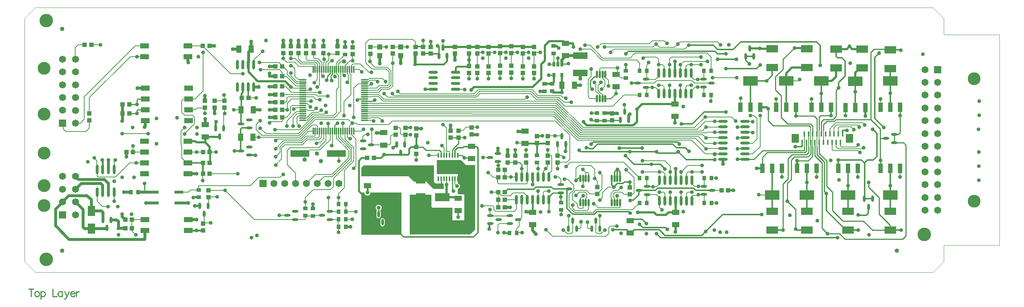
<source format=gtl>
%FSLAX23Y23*%
%MOIN*%
G70*
G01*
G75*
G04 Layer_Physical_Order=1*
G04 Layer_Color=255*
%ADD10O,0.024X0.059*%
%ADD11O,0.018X0.067*%
%ADD12O,0.059X0.024*%
%ADD13R,0.071X0.051*%
%ADD14R,0.039X0.039*%
%ADD15R,0.039X0.035*%
%ADD16R,0.039X0.039*%
%ADD17R,0.080X0.050*%
%ADD18R,0.134X0.085*%
%ADD19R,0.041X0.085*%
%ADD20R,0.041X0.085*%
%ADD21R,0.106X0.071*%
%ADD22R,0.035X0.039*%
%ADD23O,0.024X0.087*%
%ADD24R,0.051X0.071*%
%ADD25R,0.047X0.047*%
%ADD26R,0.075X0.134*%
%ADD27O,0.024X0.087*%
%ADD28C,0.040*%
%ADD29R,0.016X0.049*%
%ADD30R,0.071X0.079*%
%ADD31R,0.079X0.031*%
%ADD32R,0.134X0.063*%
%ADD33R,0.026X0.041*%
%ADD34R,0.134X0.075*%
%ADD35R,0.091X0.091*%
%ADD36O,0.087X0.024*%
%ADD37O,0.087X0.024*%
%ADD38R,0.071X0.094*%
%ADD39R,0.084X0.052*%
%ADD40O,0.011X0.067*%
%ADD41O,0.067X0.011*%
%ADD42R,0.141X0.116*%
%ADD43O,0.012X0.047*%
%ADD44R,0.177X0.059*%
%ADD45C,0.008*%
%ADD46C,0.012*%
%ADD47C,0.010*%
%ADD48C,0.025*%
%ADD49C,0.020*%
%ADD50C,0.015*%
%ADD51C,0.012*%
%ADD52C,0.004*%
%ADD53C,0.004*%
%ADD54C,0.118*%
%ADD55C,0.125*%
%ADD56C,0.035*%
%ADD57C,0.118*%
%ADD58C,0.065*%
%ADD59R,0.065X0.065*%
%ADD60R,0.065X0.065*%
%ADD61C,0.039*%
G36*
X3872Y871D02*
X3957D01*
Y276D01*
X3912Y231D01*
X3352D01*
Y596D01*
X3552D01*
Y486D01*
X3562Y476D01*
X3745D01*
Y360D01*
X3855D01*
Y600D01*
X3797D01*
Y650D01*
X3803Y653D01*
X3808Y657D01*
X3812Y662D01*
X3815Y668D01*
X3816Y675D01*
X3815Y682D01*
X3812Y688D01*
X3808Y693D01*
X3803Y697D01*
X3797Y700D01*
Y786D01*
X3602D01*
Y916D01*
X3827D01*
X3872Y871D01*
D02*
G37*
G36*
X3277Y226D02*
X2907D01*
Y616D01*
X2934D01*
X2935Y608D01*
X2938Y602D01*
X2942Y596D01*
X2948Y591D01*
X2955Y588D01*
X2962Y587D01*
X2969Y588D01*
X2976Y591D01*
X2982Y596D01*
X2986Y602D01*
X2989Y608D01*
X2990Y616D01*
X3277D01*
Y226D01*
D02*
G37*
G36*
X3577Y716D02*
X3592Y701D01*
X3664D01*
X3667Y697D01*
X3667Y696D01*
X3666Y689D01*
X3667Y682D01*
X3667Y681D01*
Y651D01*
X3572D01*
X3507Y716D01*
X3392D01*
X3342Y766D01*
X2907D01*
Y846D01*
X2927Y866D01*
X3577D01*
Y716D01*
D02*
G37*
%LPC*%
G36*
X3102Y380D02*
X3094Y379D01*
X3088Y374D01*
X3084Y368D01*
X3082Y360D01*
Y325D01*
X3084Y317D01*
X3088Y310D01*
X3094Y306D01*
X3102Y304D01*
X3110Y306D01*
X3116Y310D01*
X3121Y317D01*
X3122Y325D01*
Y360D01*
X3121Y368D01*
X3116Y374D01*
X3110Y379D01*
X3102Y380D01*
D02*
G37*
G36*
X3067Y504D02*
X3060Y503D01*
X3053Y500D01*
X3047Y496D01*
X3043Y490D01*
X3040Y483D01*
X3039Y476D01*
X3040Y468D01*
X3043Y462D01*
X3047Y456D01*
X3053Y451D01*
D01*
X3051Y449D01*
X3050Y449D01*
X3050Y449D01*
X3050D01*
X3050Y449D01*
X3050Y449D01*
D01*
X3046Y443D01*
X3045Y435D01*
Y399D01*
X3046Y392D01*
X3050Y385D01*
X3057Y381D01*
X3065Y379D01*
X3073Y381D01*
X3079Y385D01*
X3083Y392D01*
X3085Y399D01*
Y435D01*
X3083Y443D01*
X3080Y447D01*
Y451D01*
X3081Y451D01*
X3087Y456D01*
X3091Y462D01*
X3094Y468D01*
X3095Y476D01*
X3094Y483D01*
X3091Y490D01*
X3087Y496D01*
X3081Y500D01*
X3074Y503D01*
X3067Y504D01*
D02*
G37*
%LPD*%
D10*
X523Y363D02*
D03*
X560Y288D02*
D03*
X598Y363D02*
D03*
X7585Y483D02*
D03*
X7548Y558D02*
D03*
X7623D02*
D03*
X4855Y357D02*
D03*
X4818Y282D02*
D03*
X4893D02*
D03*
X5070Y357D02*
D03*
X5033Y282D02*
D03*
X5108D02*
D03*
X1638Y1208D02*
D03*
X1563D02*
D03*
X1600Y1133D02*
D03*
X4717Y1062D02*
D03*
X4792D02*
D03*
X4755Y1137D02*
D03*
X3622Y1877D02*
D03*
X3697D02*
D03*
X3659Y1952D02*
D03*
X6452Y1872D02*
D03*
X6527D02*
D03*
X6490Y1947D02*
D03*
X3270Y983D02*
D03*
X3233Y1058D02*
D03*
X3308D02*
D03*
X1455Y418D02*
D03*
X1418Y493D02*
D03*
X1493D02*
D03*
X3065Y417D02*
D03*
X3102Y342D02*
D03*
X3027D02*
D03*
X5297Y1287D02*
D03*
X5372D02*
D03*
X5335Y1362D02*
D03*
D11*
X5004Y523D02*
D03*
X4978D02*
D03*
X4952D02*
D03*
X4927D02*
D03*
Y747D02*
D03*
X4952D02*
D03*
X4978D02*
D03*
X5004D02*
D03*
X5294Y523D02*
D03*
X5268D02*
D03*
X5242D02*
D03*
X5217D02*
D03*
Y747D02*
D03*
X5242D02*
D03*
X5268D02*
D03*
X5294D02*
D03*
X5081Y1482D02*
D03*
X5107D02*
D03*
X5133D02*
D03*
X5158D02*
D03*
Y1706D02*
D03*
X5133D02*
D03*
X5107D02*
D03*
X5081D02*
D03*
D12*
X7748Y1115D02*
D03*
X7823Y1152D02*
D03*
Y1077D02*
D03*
X4747Y613D02*
D03*
X4822Y650D02*
D03*
X4277Y403D02*
D03*
X4352Y365D02*
D03*
X4168Y902D02*
D03*
Y977D02*
D03*
X4093Y940D02*
D03*
X4097Y403D02*
D03*
Y328D02*
D03*
X4172Y365D02*
D03*
X2997Y1055D02*
D03*
X2922Y1018D02*
D03*
Y1093D02*
D03*
X1798Y1000D02*
D03*
X1873Y1037D02*
D03*
Y962D02*
D03*
X1798Y1250D02*
D03*
X1873Y1287D02*
D03*
Y1212D02*
D03*
X6137Y1625D02*
D03*
X6062Y1588D02*
D03*
Y1663D02*
D03*
X6142Y635D02*
D03*
X6067Y598D02*
D03*
Y673D02*
D03*
X5458Y1625D02*
D03*
X5533Y1662D02*
D03*
Y1587D02*
D03*
X5468Y635D02*
D03*
X5543Y672D02*
D03*
Y597D02*
D03*
X2543Y405D02*
D03*
X2618Y367D02*
D03*
Y442D02*
D03*
X4277Y328D02*
D03*
X4747Y688D02*
D03*
X2298Y367D02*
D03*
Y442D02*
D03*
X2223Y405D02*
D03*
D13*
X5385Y357D02*
D03*
Y243D02*
D03*
X1465Y1242D02*
D03*
Y1128D02*
D03*
X4485Y318D02*
D03*
Y432D02*
D03*
X5800Y1432D02*
D03*
Y1318D02*
D03*
X5805Y432D02*
D03*
Y318D02*
D03*
X3112Y1168D02*
D03*
Y1054D02*
D03*
X3922Y929D02*
D03*
Y1043D02*
D03*
X2962Y679D02*
D03*
Y793D02*
D03*
X4417Y1069D02*
D03*
Y1183D02*
D03*
X5255Y1593D02*
D03*
Y1707D02*
D03*
X4790Y1878D02*
D03*
Y1992D02*
D03*
X3800Y448D02*
D03*
Y562D02*
D03*
D14*
X2185Y1966D02*
D03*
Y1904D02*
D03*
X2255Y1966D02*
D03*
Y1904D02*
D03*
X5084Y665D02*
D03*
Y603D02*
D03*
X2325Y1904D02*
D03*
Y1966D02*
D03*
X2395Y1904D02*
D03*
Y1966D02*
D03*
X2467Y1904D02*
D03*
Y1967D02*
D03*
X2557Y1904D02*
D03*
Y1967D02*
D03*
X3770Y1961D02*
D03*
Y1899D02*
D03*
X4717Y894D02*
D03*
Y957D02*
D03*
X3900Y1961D02*
D03*
Y1899D02*
D03*
X1447Y267D02*
D03*
Y330D02*
D03*
X397Y1284D02*
D03*
Y1347D02*
D03*
X4327Y957D02*
D03*
Y894D02*
D03*
X4627Y957D02*
D03*
Y894D02*
D03*
X4427Y894D02*
D03*
Y957D02*
D03*
X3802Y1124D02*
D03*
Y1187D02*
D03*
X1495Y636D02*
D03*
Y574D02*
D03*
X3222Y1214D02*
D03*
Y1151D02*
D03*
X3312Y1151D02*
D03*
Y1214D02*
D03*
X3730Y1124D02*
D03*
Y1186D02*
D03*
X3922Y1154D02*
D03*
Y1217D02*
D03*
X3405Y1961D02*
D03*
Y1899D02*
D03*
X3475Y1961D02*
D03*
Y1899D02*
D03*
X3412Y1207D02*
D03*
Y1144D02*
D03*
X4627Y1137D02*
D03*
Y1074D02*
D03*
X4527Y1074D02*
D03*
Y1137D02*
D03*
X2825Y1894D02*
D03*
Y1956D02*
D03*
X3195Y1899D02*
D03*
Y1961D02*
D03*
X2991Y1897D02*
D03*
Y1960D02*
D03*
X1552Y1399D02*
D03*
Y1462D02*
D03*
X1642Y1399D02*
D03*
Y1462D02*
D03*
X1462Y1399D02*
D03*
Y1462D02*
D03*
X3412Y1037D02*
D03*
Y974D02*
D03*
X4500Y1781D02*
D03*
Y1719D02*
D03*
X4395Y1781D02*
D03*
Y1719D02*
D03*
X4290Y1786D02*
D03*
Y1724D02*
D03*
X4500Y1899D02*
D03*
Y1961D02*
D03*
X4395Y1899D02*
D03*
Y1961D02*
D03*
X4290Y1904D02*
D03*
Y1966D02*
D03*
X4185Y1786D02*
D03*
Y1724D02*
D03*
X4080Y1781D02*
D03*
Y1719D02*
D03*
X3975Y1781D02*
D03*
Y1719D02*
D03*
X4185Y1904D02*
D03*
Y1966D02*
D03*
X4080Y1899D02*
D03*
Y1961D02*
D03*
X3975Y1899D02*
D03*
Y1961D02*
D03*
X3900Y1782D02*
D03*
Y1719D02*
D03*
X2685Y1966D02*
D03*
Y1904D02*
D03*
X5384Y600D02*
D03*
Y662D02*
D03*
X5220Y1284D02*
D03*
Y1346D02*
D03*
X4255Y894D02*
D03*
Y956D02*
D03*
X3545Y1899D02*
D03*
Y1961D02*
D03*
D15*
X4595Y1551D02*
D03*
Y1618D02*
D03*
X4527Y893D02*
D03*
Y959D02*
D03*
X5080Y1348D02*
D03*
Y1281D02*
D03*
X4750Y457D02*
D03*
Y524D02*
D03*
X1405Y572D02*
D03*
Y639D02*
D03*
X2755Y1958D02*
D03*
Y1891D02*
D03*
X5150Y1281D02*
D03*
Y1348D02*
D03*
X5345Y1672D02*
D03*
X4665Y1552D02*
D03*
Y1619D02*
D03*
X4680Y1901D02*
D03*
Y1968D02*
D03*
X2460Y468D02*
D03*
Y401D02*
D03*
X5345Y1739D02*
D03*
X2390Y402D02*
D03*
Y469D02*
D03*
D16*
X4231Y480D02*
D03*
X4169D02*
D03*
X2176Y1380D02*
D03*
X2114D02*
D03*
X704Y1430D02*
D03*
X766D02*
D03*
X1506Y1970D02*
D03*
X1444D02*
D03*
X354Y1979D02*
D03*
X416D02*
D03*
X4169Y825D02*
D03*
X4231D02*
D03*
X4231Y755D02*
D03*
X4169D02*
D03*
X729Y285D02*
D03*
X791D02*
D03*
X729Y365D02*
D03*
X791D02*
D03*
X704Y1345D02*
D03*
X766D02*
D03*
X739Y990D02*
D03*
X801D02*
D03*
X6229Y635D02*
D03*
X6291D02*
D03*
X4169Y620D02*
D03*
X4231D02*
D03*
X4169Y550D02*
D03*
X4231D02*
D03*
X1802Y1488D02*
D03*
X1865D02*
D03*
X2961Y936D02*
D03*
X3023D02*
D03*
X1446Y791D02*
D03*
X1508D02*
D03*
X1446Y891D02*
D03*
X1508D02*
D03*
X1446Y991D02*
D03*
X1508D02*
D03*
X2114Y1310D02*
D03*
X2176D02*
D03*
X2114Y1450D02*
D03*
X2176D02*
D03*
X2114Y1520D02*
D03*
X2176D02*
D03*
X2114Y1595D02*
D03*
X2176D02*
D03*
X2114Y1690D02*
D03*
X2176D02*
D03*
X2114Y1780D02*
D03*
X2176D02*
D03*
D17*
X1308Y1091D02*
D03*
Y791D02*
D03*
X908D02*
D03*
Y1091D02*
D03*
Y991D02*
D03*
Y891D02*
D03*
X1308Y991D02*
D03*
Y891D02*
D03*
X1309Y265D02*
D03*
Y365D02*
D03*
X909D02*
D03*
Y265D02*
D03*
X908Y1971D02*
D03*
Y1871D02*
D03*
X1308D02*
D03*
Y1971D02*
D03*
X912Y1279D02*
D03*
Y1579D02*
D03*
X1312D02*
D03*
Y1279D02*
D03*
Y1379D02*
D03*
Y1479D02*
D03*
X912Y1379D02*
D03*
Y1479D02*
D03*
D18*
X6495Y1646D02*
D03*
X6825D02*
D03*
X7787Y594D02*
D03*
X7787Y1646D02*
D03*
X6697Y594D02*
D03*
X7017D02*
D03*
X7397D02*
D03*
X7150Y1646D02*
D03*
X7464Y1644D02*
D03*
D19*
X6586Y1402D02*
D03*
X6495D02*
D03*
X6916D02*
D03*
X6825D02*
D03*
X7696Y838D02*
D03*
X7787D02*
D03*
X7878Y1402D02*
D03*
X7787D02*
D03*
X6697Y838D02*
D03*
X6606D02*
D03*
X7017D02*
D03*
X6926D02*
D03*
X7397D02*
D03*
X7306D02*
D03*
X7241Y1402D02*
D03*
X7150D02*
D03*
X7464Y1400D02*
D03*
X7555D02*
D03*
D20*
X6404Y1402D02*
D03*
X6734D02*
D03*
X7878Y838D02*
D03*
X7696Y1402D02*
D03*
X6788Y838D02*
D03*
X7108D02*
D03*
X7488D02*
D03*
X7059Y1402D02*
D03*
X7373Y1400D02*
D03*
D21*
X7017Y1768D02*
D03*
Y1943D02*
D03*
Y268D02*
D03*
Y443D02*
D03*
X6697Y1768D02*
D03*
Y1943D02*
D03*
X7787Y1758D02*
D03*
Y1933D02*
D03*
X7285Y1766D02*
D03*
Y1941D02*
D03*
X7525D02*
D03*
Y1766D02*
D03*
X7787Y443D02*
D03*
Y268D02*
D03*
X6697Y443D02*
D03*
Y268D02*
D03*
X7397D02*
D03*
Y443D02*
D03*
D22*
X848Y620D02*
D03*
X781D02*
D03*
X6133Y1740D02*
D03*
X6066D02*
D03*
X6071Y520D02*
D03*
X6138D02*
D03*
X6071Y750D02*
D03*
X6138D02*
D03*
X5539Y520D02*
D03*
X5472D02*
D03*
X5539Y1740D02*
D03*
X5472D02*
D03*
X5539Y750D02*
D03*
X5472D02*
D03*
X5539Y1515D02*
D03*
X5472D02*
D03*
X6066Y1515D02*
D03*
X6133D02*
D03*
X2763Y300D02*
D03*
X2696D02*
D03*
Y510D02*
D03*
X2764Y440D02*
D03*
Y370D02*
D03*
X2697Y440D02*
D03*
Y370D02*
D03*
X4272Y244D02*
D03*
X4339D02*
D03*
X2763Y510D02*
D03*
D23*
X5650Y1720D02*
D03*
X5800D02*
D03*
X5950D02*
D03*
Y1531D02*
D03*
X5800D02*
D03*
X5750D02*
D03*
X5700D02*
D03*
X5650D02*
D03*
X5900Y1720D02*
D03*
X5850D02*
D03*
X5750D02*
D03*
X5700D02*
D03*
X5850Y1531D02*
D03*
X5900D02*
D03*
X521Y830D02*
D03*
X469D02*
D03*
X573Y621D02*
D03*
X521D02*
D03*
X625Y830D02*
D03*
Y621D02*
D03*
X469D02*
D03*
X4586Y550D02*
D03*
X4536D02*
D03*
X4336D02*
D03*
X4386D02*
D03*
X4436D02*
D03*
X4486D02*
D03*
X4636D02*
D03*
X4336Y758D02*
D03*
X4386D02*
D03*
X4436D02*
D03*
X4486D02*
D03*
X4536D02*
D03*
X4586D02*
D03*
X4636D02*
D03*
X1764Y1591D02*
D03*
X5655Y541D02*
D03*
X5705D02*
D03*
X5755D02*
D03*
X5805D02*
D03*
X5855D02*
D03*
X5905D02*
D03*
X5955D02*
D03*
Y730D02*
D03*
X5905D02*
D03*
X5855D02*
D03*
X5805D02*
D03*
X5755D02*
D03*
X5705D02*
D03*
X5655D02*
D03*
D24*
X1891Y1938D02*
D03*
X1777D02*
D03*
X1911Y1378D02*
D03*
X1797D02*
D03*
X1907Y1125D02*
D03*
X1793D02*
D03*
X4758Y1605D02*
D03*
X4872D02*
D03*
D25*
X3075Y1879D02*
D03*
Y1961D02*
D03*
X3270Y1879D02*
D03*
Y1961D02*
D03*
D26*
X3395Y381D02*
D03*
X3241D02*
D03*
D27*
X573Y830D02*
D03*
X1914Y1795D02*
D03*
X1864D02*
D03*
X1814D02*
D03*
X1764D02*
D03*
X1914Y1591D02*
D03*
X1864D02*
D03*
X1814D02*
D03*
D28*
X7847Y79D02*
D03*
X147D02*
D03*
Y2126D02*
D03*
X2745Y1826D02*
D03*
X2533Y905D02*
D03*
X2496Y976D02*
D03*
X2383Y919D02*
D03*
D29*
X7327Y1078D02*
D03*
X7308Y1156D02*
D03*
X7288Y1078D02*
D03*
X7268Y1156D02*
D03*
X7249Y1078D02*
D03*
X7229Y1156D02*
D03*
X6973Y1078D02*
D03*
X7170D02*
D03*
X7190Y1156D02*
D03*
X7209Y1078D02*
D03*
X7347Y1156D02*
D03*
X6993D02*
D03*
X7012Y1078D02*
D03*
X7032Y1156D02*
D03*
X7052Y1078D02*
D03*
X7071Y1156D02*
D03*
X7130Y1078D02*
D03*
X7150Y1156D02*
D03*
X7091Y1078D02*
D03*
X7111Y1156D02*
D03*
D30*
X6910Y1117D02*
D03*
X7410D02*
D03*
D31*
X1224Y620D02*
D03*
Y520D02*
D03*
X996D02*
D03*
Y620D02*
D03*
D32*
X4925Y1721D02*
D03*
Y1878D02*
D03*
D33*
X4758Y1701D02*
D03*
X4683D02*
D03*
Y1799D02*
D03*
X4720D02*
D03*
X4758D02*
D03*
D34*
X3652Y572D02*
D03*
Y418D02*
D03*
D35*
X3452Y566D02*
D03*
Y743D02*
D03*
D36*
X3569Y1727D02*
D03*
X3778Y1571D02*
D03*
Y1623D02*
D03*
Y1675D02*
D03*
Y1727D02*
D03*
X3569Y1571D02*
D03*
Y1623D02*
D03*
D37*
X3569Y1675D02*
D03*
X6447Y1272D02*
D03*
Y1222D02*
D03*
Y1172D02*
D03*
Y1122D02*
D03*
Y1072D02*
D03*
Y1022D02*
D03*
Y972D02*
D03*
Y922D02*
D03*
X6243Y972D02*
D03*
Y1022D02*
D03*
Y1072D02*
D03*
Y1122D02*
D03*
Y1172D02*
D03*
Y1222D02*
D03*
Y1272D02*
D03*
Y922D02*
D03*
D38*
X415Y283D02*
D03*
Y445D02*
D03*
D39*
X3202Y818D02*
D03*
Y573D02*
D03*
D40*
X2737Y1184D02*
D03*
X2718D02*
D03*
X2796Y1754D02*
D03*
X2757Y1184D02*
D03*
X2836Y1754D02*
D03*
X2816D02*
D03*
X2777D02*
D03*
X2757D02*
D03*
X2737D02*
D03*
X2718D02*
D03*
X2698D02*
D03*
X2678D02*
D03*
X2659D02*
D03*
X2639D02*
D03*
X2619D02*
D03*
X2599D02*
D03*
X2580D02*
D03*
X2560D02*
D03*
X2540D02*
D03*
X2521D02*
D03*
X2501D02*
D03*
X2481D02*
D03*
X2462D02*
D03*
X2836Y1184D02*
D03*
X2816D02*
D03*
X2796D02*
D03*
X2777D02*
D03*
X2698D02*
D03*
X2678D02*
D03*
X2659D02*
D03*
X2639D02*
D03*
X2619D02*
D03*
X2599D02*
D03*
X2580D02*
D03*
X2560D02*
D03*
X2540D02*
D03*
X2521D02*
D03*
X2501D02*
D03*
X2481D02*
D03*
X2462D02*
D03*
D41*
X2365Y1362D02*
D03*
X2936Y1618D02*
D03*
X2365Y1657D02*
D03*
Y1637D02*
D03*
Y1618D02*
D03*
Y1598D02*
D03*
Y1578D02*
D03*
Y1559D02*
D03*
Y1539D02*
D03*
Y1519D02*
D03*
Y1499D02*
D03*
Y1480D02*
D03*
Y1460D02*
D03*
Y1440D02*
D03*
Y1421D02*
D03*
Y1401D02*
D03*
Y1381D02*
D03*
Y1342D02*
D03*
Y1322D02*
D03*
Y1303D02*
D03*
Y1283D02*
D03*
X2936Y1657D02*
D03*
Y1637D02*
D03*
Y1598D02*
D03*
Y1578D02*
D03*
Y1559D02*
D03*
Y1539D02*
D03*
Y1519D02*
D03*
Y1499D02*
D03*
Y1480D02*
D03*
Y1460D02*
D03*
Y1440D02*
D03*
Y1421D02*
D03*
Y1401D02*
D03*
Y1381D02*
D03*
Y1362D02*
D03*
Y1342D02*
D03*
Y1322D02*
D03*
Y1303D02*
D03*
Y1283D02*
D03*
D42*
X3707Y851D02*
D03*
D43*
X3617Y742D02*
D03*
X3643D02*
D03*
X3669D02*
D03*
X3694D02*
D03*
X3720D02*
D03*
X3745D02*
D03*
X3771D02*
D03*
X3797D02*
D03*
X3617Y960D02*
D03*
X3643D02*
D03*
X3669D02*
D03*
X3694D02*
D03*
X3720D02*
D03*
X3745D02*
D03*
X3771D02*
D03*
X3797D02*
D03*
D44*
X2675Y976D02*
D03*
X2341D02*
D03*
D45*
X1914Y1839D02*
X1995Y1920D01*
X1914Y1795D02*
Y1839D01*
X520Y485D02*
X570D01*
X469Y536D02*
X520Y485D01*
X469Y536D02*
Y621D01*
X3361Y1151D02*
X3361Y1151D01*
X3312Y1151D02*
X3361D01*
X5182Y667D02*
X5235D01*
X5249Y619D02*
X5310D01*
X5330Y599D01*
X5230Y575D02*
X5242Y563D01*
X5230Y600D02*
X5249Y619D01*
X5230Y575D02*
Y600D01*
X5217Y523D02*
Y558D01*
X5210Y565D02*
X5217Y558D01*
X5210Y565D02*
Y607D01*
X5238Y635D01*
X5275D01*
X5302Y662D01*
X5330Y599D02*
X5383D01*
X5242Y523D02*
Y563D01*
X5268Y586D02*
X5268Y586D01*
Y523D02*
Y586D01*
X4818Y282D02*
X4819Y284D01*
Y402D01*
X4770Y270D02*
X4805Y235D01*
X4842D01*
X4855Y248D01*
Y357D01*
X5106Y284D02*
X5108Y282D01*
X5106Y284D02*
Y404D01*
X5117Y235D02*
X5152Y270D01*
X5084Y235D02*
X5117D01*
X5070Y249D02*
X5084Y235D01*
X5070Y249D02*
Y357D01*
X4893Y282D02*
X4893Y282D01*
X4921D01*
X4933Y294D01*
Y345D01*
X5032Y282D02*
X5033Y282D01*
X5003Y282D02*
X5032D01*
X4993Y292D02*
X5003Y282D01*
X4993Y292D02*
Y344D01*
X4933Y345D02*
X4934Y346D01*
X5379Y667D02*
X5384Y662D01*
X4872Y433D02*
X5048D01*
X5073Y458D01*
X4824Y481D02*
X4856Y449D01*
Y449D02*
X4872Y433D01*
X4857Y471D02*
X4878Y450D01*
X4990D01*
X5004Y464D01*
Y489D01*
X4918Y468D02*
X4945D01*
X4899Y487D02*
X4918Y468D01*
X4899Y487D02*
Y508D01*
X4824Y481D02*
Y599D01*
X4853Y554D02*
Y605D01*
X4883Y635D01*
X4983D01*
X5015Y603D01*
X5084D01*
X4824Y599D02*
X4866Y641D01*
X4853Y554D02*
X4899Y508D01*
X4945Y468D02*
X4952Y475D01*
Y523D01*
X4856Y498D02*
X4857Y471D01*
X5004Y489D02*
X5004Y489D01*
X5073Y458D02*
X5410D01*
X4950Y672D02*
X4952Y674D01*
Y747D01*
X4978Y747D02*
Y802D01*
X4949Y831D02*
X4978Y802D01*
Y747D02*
X4978Y747D01*
X4978Y799D02*
X5003D01*
X5004Y798D01*
Y747D02*
Y798D01*
X5060Y745D02*
X5061Y746D01*
Y829D01*
X5023Y867D02*
X5061Y829D01*
X4913Y867D02*
X5023D01*
X4885Y839D02*
X4913Y867D01*
X4885Y727D02*
Y839D01*
X5294Y475D02*
Y523D01*
Y475D02*
X5294Y475D01*
X5089D02*
X5294D01*
X5050Y514D02*
X5089Y475D01*
X4978Y523D02*
Y563D01*
X4986Y571D01*
Y603D01*
X4970Y619D02*
X4986Y603D01*
X4916Y619D02*
X4970D01*
X4885Y588D02*
X4916Y619D01*
X4927Y559D02*
X4953Y585D01*
X4927Y523D02*
Y559D01*
X5185Y1598D02*
Y1652D01*
X5158Y1679D02*
X5185Y1652D01*
X5158Y1679D02*
Y1706D01*
X5255Y1531D02*
X5255Y1531D01*
X5255Y1531D02*
Y1593D01*
X5080Y1483D02*
X5081Y1482D01*
X5016Y1483D02*
X5080D01*
X4999Y1500D02*
X5016Y1483D01*
X4999Y1500D02*
Y1661D01*
X5025Y1687D01*
Y1755D01*
X5071Y1551D02*
X5107Y1515D01*
X5071Y1551D02*
Y1617D01*
X5055Y1633D02*
X5071Y1617D01*
X5107Y1482D02*
Y1515D01*
X5090Y1555D02*
X5115Y1530D01*
X5118Y1631D02*
Y1633D01*
X5090Y1603D02*
X5118Y1631D01*
X5090Y1555D02*
Y1603D01*
X5115Y1530D02*
X5124D01*
X5133Y1521D01*
Y1482D02*
Y1521D01*
X5122Y1571D02*
X5152Y1601D01*
Y1649D01*
X5133Y1668D02*
X5152Y1649D01*
X5133Y1668D02*
Y1706D01*
X5107D02*
X5107Y1706D01*
Y1760D01*
X5114Y1767D01*
X5269D01*
X5268Y1707D02*
X5303Y1672D01*
X5345D01*
X5269Y1721D02*
Y1767D01*
X5255Y1707D02*
X5269Y1721D01*
X6404Y1484D02*
X6405Y1485D01*
X6404Y1402D02*
Y1484D01*
X7697Y1373D02*
Y1478D01*
X7059D02*
X7059Y1478D01*
Y1402D02*
Y1478D01*
X7170Y1078D02*
Y1193D01*
X7170Y1193D01*
X7488Y759D02*
Y838D01*
X6516Y972D02*
X6585Y1041D01*
X6447Y972D02*
X6516D01*
X6585Y1041D02*
Y1326D01*
X6555Y1109D02*
Y1300D01*
X6529Y1326D02*
X6555Y1300D01*
X6495Y1326D02*
X6529D01*
X6517Y1071D02*
X6555Y1109D01*
X7130Y1078D02*
Y1192D01*
X7111Y1039D02*
X7111Y1039D01*
X7111Y1039D02*
Y1156D01*
X7091Y1078D02*
X7091Y1078D01*
X7051Y1078D02*
X7052Y1078D01*
X7051Y1078D02*
Y1218D01*
X6992Y1040D02*
Y1156D01*
X6734Y1478D02*
X6734Y1478D01*
Y1402D02*
Y1478D01*
X7071Y1041D02*
X7071Y1041D01*
Y1156D01*
X7032Y1156D02*
X7032Y1156D01*
X7032Y1040D02*
Y1156D01*
X6992Y1156D02*
X6993Y1156D01*
X6787Y837D02*
X6788Y838D01*
X6787Y759D02*
Y837D01*
X625Y535D02*
X625Y535D01*
X625Y535D02*
Y621D01*
X791Y259D02*
Y365D01*
Y259D02*
X825Y225D01*
X791Y365D02*
X792Y365D01*
X909D01*
X4505Y1910D02*
X4555D01*
X4500Y1905D02*
X4505Y1910D01*
X4500Y1899D02*
Y1905D01*
X4395Y1896D02*
X4396Y1896D01*
X4395Y1910D02*
X4450D01*
X4395Y1910D02*
X4395Y1910D01*
X4395Y1899D02*
Y1910D01*
X4290Y1901D02*
X4290Y1901D01*
X4290Y1910D02*
X4345D01*
X4290Y1910D02*
X4290Y1910D01*
X4290Y1904D02*
Y1910D01*
X4185Y1901D02*
X4185Y1901D01*
X4185Y1910D02*
X4240D01*
X4185Y1910D02*
X4185Y1910D01*
X4185Y1904D02*
Y1910D01*
X4080Y1910D02*
X4135D01*
X4080Y1910D02*
X4080Y1910D01*
X4080Y1899D02*
Y1910D01*
X3975Y1910D02*
X4025D01*
X3975Y1910D02*
X3975Y1910D01*
X3975Y1899D02*
Y1910D01*
X5750Y1720D02*
Y1850D01*
X5765Y1865D02*
X6040D01*
X5750Y1850D02*
X5765Y1865D01*
X5505Y1855D02*
X5517Y1867D01*
X5628D01*
X5650Y1845D01*
Y1795D02*
Y1845D01*
X5134Y1857D02*
X5385D01*
X5430Y1902D01*
X5975Y1660D02*
X6060D01*
X5850Y1795D02*
X5882Y1827D01*
X6066Y1825D02*
X6100D01*
X6064Y1827D02*
X6066Y1825D01*
X5882Y1827D02*
X6064D01*
X5915Y1795D02*
X6040D01*
X6133Y1740D02*
Y1777D01*
X6133Y1777D02*
X6133Y1777D01*
X5855Y805D02*
X5915Y865D01*
X6050D01*
X5920Y805D02*
X6050D01*
X5755Y730D02*
Y860D01*
X5500Y910D02*
X5705D01*
X5755Y860D01*
X5500Y805D02*
X5690D01*
X800Y1045D02*
X801Y1044D01*
Y990D02*
Y1044D01*
X4105Y620D02*
X4105Y620D01*
X4169D01*
X5545Y670D02*
X5630D01*
X5655Y480D02*
Y570D01*
X5105Y800D02*
X5125Y780D01*
Y645D02*
Y780D01*
X5084Y604D02*
X5125Y645D01*
X5084Y603D02*
Y604D01*
X5350Y825D02*
X5423Y752D01*
Y612D02*
Y752D01*
X5411Y600D02*
X5423Y612D01*
X5384Y600D02*
X5411D01*
X2147Y1816D02*
X2179Y1783D01*
X6146Y1676D02*
X6370D01*
X1959Y755D02*
X2156D01*
X1882Y678D02*
X1959Y755D01*
X2313Y1342D02*
X2365D01*
X2322Y1322D02*
X2365D01*
X2718Y1365D02*
Y1658D01*
X2109Y1195D02*
X2341D01*
X1508Y791D02*
X1767D01*
X5345Y1672D02*
X5346Y1671D01*
X2177Y1519D02*
X2486D01*
X4926Y1941D02*
X4927Y1940D01*
X5025D01*
X5124Y1841D01*
X5445D01*
X5472Y1814D01*
Y1740D02*
Y1814D01*
X5015Y1976D02*
X5134Y1857D01*
X4969Y1976D02*
X5015D01*
X2491Y1472D02*
X2522D01*
X2462Y1501D02*
X2491Y1472D01*
X2500Y1505D02*
X2595D01*
X2486Y1519D02*
X2500Y1505D01*
X6323Y1313D02*
X6361Y1275D01*
X6079Y1313D02*
X6323D01*
X7108Y759D02*
Y837D01*
X7108Y838D02*
X7108Y837D01*
X2185Y1904D02*
X2185Y1904D01*
X2185Y1852D02*
Y1904D01*
Y1852D02*
X2218Y1819D01*
X2292D01*
X2255Y1852D02*
X2295D01*
X2255D02*
X2255Y1852D01*
Y1904D01*
X2325Y1904D02*
X2325Y1904D01*
X2325Y1851D02*
Y1904D01*
X2822Y1256D02*
X2861D01*
X2874Y1243D01*
X3159D01*
X1444Y1970D02*
X1701Y1713D01*
X1814D01*
X2756Y1770D02*
X2757Y1769D01*
Y1754D02*
Y1769D01*
X2756Y1770D02*
Y1787D01*
X6133Y1463D02*
Y1515D01*
X6129Y1459D02*
X6133Y1463D01*
X4436Y550D02*
Y582D01*
X4406Y612D02*
X4436Y582D01*
X4307Y612D02*
X4406D01*
X4280Y585D02*
X4307Y612D01*
X4204Y585D02*
X4280D01*
X4169Y620D02*
X4204Y585D01*
X4750Y413D02*
Y457D01*
X4639Y1799D02*
X4683D01*
X5325Y897D02*
X5472Y750D01*
X2326Y1158D02*
X2474Y1306D01*
X1937Y1243D02*
X1973Y1279D01*
X1937Y1195D02*
Y1243D01*
Y1195D02*
X1990Y1142D01*
X2117D01*
X1973Y1210D02*
X2025Y1158D01*
X2326D01*
X2060Y1260D02*
X2070Y1270D01*
X2169D01*
X2176Y1277D01*
Y1310D01*
X2481Y1289D02*
X2788D01*
X2117Y1142D02*
X2117Y1142D01*
X2333D01*
X2481Y1289D01*
X2788D02*
X2822Y1256D01*
X2341Y1195D02*
X2468Y1322D01*
X2474Y1306D02*
X2659D01*
X2718Y1365D01*
X4030Y940D02*
X4030Y940D01*
X4093D01*
X1640Y1515D02*
X1642Y1513D01*
Y1462D02*
Y1513D01*
X5848Y2007D02*
X6192D01*
X5795Y1955D02*
X5825Y1985D01*
X6192Y2007D02*
X6220Y1979D01*
X5458Y1625D02*
X5458Y1625D01*
X5611D01*
X5634Y1648D01*
X5956D01*
X5979Y1625D01*
X6137D01*
X5655Y480D02*
X5680Y455D01*
X5119Y1991D02*
X5564D01*
X5590Y2017D01*
X5700D01*
X5725Y1992D01*
X5655Y1955D02*
X5795D01*
X5625Y1985D02*
X5655Y1955D01*
X5088Y1960D02*
X5119Y1991D01*
X5206Y1910D02*
X5235Y1939D01*
X5889D01*
X5925Y1975D01*
X5150Y1958D02*
X5598D01*
X5625Y1985D01*
X5539Y1666D02*
Y1794D01*
X5555Y1817D01*
X5545Y1660D02*
X5620D01*
X5545Y1585D02*
X5620D01*
X1495Y636D02*
X1496Y635D01*
X2460Y401D02*
X2464Y405D01*
X2543D01*
X5060Y745D02*
X5084Y721D01*
Y665D02*
Y721D01*
X5383Y599D02*
X5384Y600D01*
X5152Y270D02*
X5160Y270D01*
X4817Y402D02*
X4819D01*
X5106Y404D02*
X5111D01*
X770Y890D02*
X907D01*
X700Y1160D02*
X940D01*
X477Y761D02*
X641D01*
X907Y890D02*
X908Y891D01*
X641Y761D02*
X770Y890D01*
X907Y990D02*
X908Y991D01*
X801Y990D02*
X907D01*
X1294Y890D02*
X1307D01*
X3159Y1243D02*
X3192Y1276D01*
X2936Y1322D02*
X4680D01*
X2936Y1342D02*
X3176D01*
X2937Y1361D02*
X4688D01*
X2936Y1362D02*
X2937Y1361D01*
X2936Y1401D02*
X3176D01*
X6087Y1221D02*
X6242D01*
X2936Y1421D02*
X3176D01*
X4829Y923D02*
Y1145D01*
X4698Y1276D02*
X4829Y1145D01*
X6081Y972D02*
X6243D01*
X4901Y1101D02*
X5953D01*
X6058Y1150D02*
X6087Y1121D01*
X2367Y1541D02*
X2522D01*
X4946Y1199D02*
X6007D01*
X4939Y1183D02*
X6049D01*
X4909Y1117D02*
X5312D01*
X5650Y1795D02*
X5685D01*
X5700Y1780D01*
Y1720D02*
Y1780D01*
X5900Y1590D02*
X5915Y1605D01*
X5950D01*
X5900Y1531D02*
Y1590D01*
X5850Y1531D02*
Y1605D01*
X5685Y1605D02*
X5700Y1590D01*
X5650Y1605D02*
X5685D01*
X5700Y1531D02*
Y1590D01*
X5750Y1600D02*
X5750Y1605D01*
X5750Y1531D02*
Y1600D01*
X5900Y1720D02*
Y1780D01*
X5850Y1720D02*
Y1795D01*
X5750D02*
X5750Y1795D01*
X5900Y1780D02*
X5915Y1795D01*
X3192Y1276D02*
X4698D01*
X1452Y336D02*
X1517D01*
X467Y861D02*
X469Y826D01*
X1462Y1346D02*
Y1396D01*
X2998Y1194D02*
X3004Y1199D01*
X3003Y1056D02*
Y1194D01*
X2921Y1093D02*
Y1134D01*
X3309Y1063D02*
Y1146D01*
X3277Y1151D02*
X3310D01*
X3267Y1161D02*
X3277Y1151D01*
X3267Y1161D02*
Y1206D01*
X3257Y1216D02*
X3267Y1206D01*
X3222Y1216D02*
X3257D01*
X3112Y1056D02*
X3162D01*
X3177Y1071D01*
Y1136D01*
X3190Y1149D01*
X3222D01*
X3003Y1056D02*
X3112D01*
X2875Y1618D02*
X2936D01*
X2619Y1103D02*
Y1184D01*
X2223Y1003D02*
X2248Y1028D01*
X2513D01*
X2580Y1095D01*
Y1184D01*
X180Y1179D02*
X365D01*
X395Y1209D02*
Y1269D01*
X365Y1179D02*
X395Y1209D01*
X155Y1204D02*
X180Y1179D01*
X151Y1257D02*
X155Y1239D01*
X4363Y364D02*
X4386Y387D01*
X4088Y401D02*
X4268D01*
X3717Y996D02*
X3720Y993D01*
Y960D02*
Y993D01*
X3900Y1666D02*
Y1717D01*
X4500Y1667D02*
Y1719D01*
X4185Y1670D02*
Y1722D01*
X2501Y1754D02*
X2502Y1801D01*
X2521Y1754D02*
X2522Y1806D01*
X2580Y1754D02*
Y1814D01*
X5652Y1723D02*
Y1725D01*
X4386Y387D02*
Y550D01*
Y552D01*
X397Y1349D02*
Y1492D01*
X7696Y1374D02*
X7697Y1373D01*
X7877Y836D02*
X7878Y838D01*
X7877Y760D02*
Y836D01*
X3802Y1190D02*
X3846D01*
X3874Y1218D02*
X3922D01*
X3846Y1190D02*
X3874Y1218D01*
X4080Y1785D02*
Y1895D01*
X4185Y1790D02*
Y1901D01*
X4290Y1790D02*
Y1901D01*
X4395Y1785D02*
Y1896D01*
X4500Y1785D02*
Y1896D01*
X4436Y758D02*
Y885D01*
X4427Y893D02*
X4436Y885D01*
X4536Y758D02*
Y882D01*
X4586Y758D02*
Y814D01*
X4627Y856D01*
Y876D01*
Y958D02*
Y1011D01*
X4427Y971D02*
Y1011D01*
X4636Y758D02*
Y789D01*
X4662Y816D01*
Y956D01*
X4637D02*
X4662D01*
X4245Y758D02*
X4336D01*
X4163Y705D02*
Y756D01*
Y705D02*
X4172Y696D01*
X4432D01*
X4437Y701D01*
Y736D01*
X5957Y531D02*
Y533D01*
X5657Y738D02*
Y740D01*
X5657Y756D02*
X5657Y740D01*
X2481Y1754D02*
Y1796D01*
X2365Y1460D02*
X2411D01*
X2442Y1461D01*
X2365Y1440D02*
X2402D01*
X2437Y1406D01*
X2183Y1779D02*
X2222Y1740D01*
X2639Y1058D02*
Y1184D01*
X2632Y1051D02*
X2639Y1058D01*
X2429Y1008D02*
X2524D01*
X1552Y1463D02*
X1629D01*
X469Y769D02*
X477Y761D01*
X469Y769D02*
Y830D01*
X2947Y1813D02*
Y1996D01*
X3381Y2030D02*
X3405Y2007D01*
Y1963D02*
Y2007D01*
X4717Y836D02*
Y893D01*
X4720Y963D02*
Y1048D01*
X4627Y1140D02*
X4754D01*
X2599Y1754D02*
Y1803D01*
X2637Y1841D02*
X2638Y1834D01*
X2718Y1666D02*
Y1754D01*
Y1666D02*
X2718Y1658D01*
X2561Y1847D02*
Y1896D01*
Y1847D02*
X2562Y1846D01*
X2560Y1754D02*
Y1814D01*
X2562Y1816D01*
Y1831D01*
X2540Y1754D02*
X2541Y1698D01*
X2553Y1688D01*
X2936Y1539D02*
X3068D01*
X3176Y1440D02*
X4704Y1441D01*
X3176Y1421D02*
X4701Y1421D01*
X3176Y1401D02*
X4698Y1401D01*
X2936Y1381D02*
X4693D01*
X3105Y1461D02*
X4707D01*
X2796Y1184D02*
Y1230D01*
X2822Y1256D01*
X3176Y1342D02*
X4685Y1341D01*
X4802Y896D02*
X4829Y923D01*
X4719Y896D02*
X4802D01*
X2421Y1499D02*
X2427Y1501D01*
X2462D01*
X625Y830D02*
Y904D01*
X637Y916D01*
X1443Y726D02*
Y791D01*
X1866Y1488D02*
X1938D01*
X3475Y1962D02*
Y2014D01*
X3660Y1960D02*
Y2015D01*
X467Y861D02*
Y911D01*
X442Y936D02*
X467Y911D01*
X3802Y1123D02*
X3860D01*
X3922Y1218D02*
X3974D01*
X3977Y1221D01*
X4346Y1072D02*
X4417D01*
X4342Y1076D02*
X4346Y1072D01*
X4717Y960D02*
X4753D01*
X4772Y941D01*
X6574Y594D02*
X6697D01*
X6572Y596D02*
X6574Y594D01*
X4122Y756D02*
X4163D01*
X4077Y801D02*
X4122Y756D01*
X395Y1269D02*
X397Y1282D01*
X155Y1204D02*
Y1239D01*
X6167Y1272D02*
X6243D01*
X6080Y1272D02*
X6167D01*
Y1172D02*
X6243D01*
X6089Y1172D02*
X6167D01*
X6088Y1122D02*
X6243D01*
X4926Y1150D02*
X6058D01*
X6078Y1071D02*
X6167D01*
X6168Y1072D02*
X6243D01*
X6088Y1022D02*
X6243D01*
X6447Y1272D02*
X6516D01*
X6447Y1172D02*
X6448Y1171D01*
X6377Y1121D02*
X6446D01*
X6447Y1122D01*
Y1072D02*
X6448Y1071D01*
X6377Y1221D02*
X6446D01*
X6447Y1222D01*
Y1172D02*
X6516D01*
X6517Y1171D01*
X6448Y1071D02*
X6517D01*
X6377Y1021D02*
X6446D01*
X6447Y1022D01*
X6825Y1646D02*
X6825Y1646D01*
X6825Y1646D02*
X6936D01*
X6951Y1660D01*
X6007Y1199D02*
X6080Y1272D01*
X6049Y1183D02*
X6087Y1221D01*
X6083Y1166D02*
X6089Y1172D01*
X6015Y1134D02*
X6078Y1071D01*
X5991Y1117D02*
X6087Y1021D01*
X5953Y1101D02*
X6081Y972D01*
X4680Y1322D02*
X4901Y1101D01*
X4685Y1341D02*
X4909Y1117D01*
X5310Y1117D02*
X5991D01*
X4688Y1361D02*
X4915Y1134D01*
X6015D01*
X4693Y1381D02*
X4926Y1150D01*
X4698Y1401D02*
X4933Y1166D01*
X6083D01*
X4701Y1421D02*
X4939Y1183D01*
X4704Y1441D02*
X4946Y1199D01*
X4707Y1461D02*
X4953Y1215D01*
X5981D01*
X6079Y1313D01*
X269Y1257D02*
X316D01*
X351Y1292D01*
X268Y1954D02*
X293Y1979D01*
X353D01*
X268Y1847D02*
Y1954D01*
X7373Y1400D02*
X7373Y1399D01*
X351Y1292D02*
Y1501D01*
X820Y1970D02*
X907D01*
X908Y1971D01*
X775Y1870D02*
X907D01*
X908Y1871D01*
X397Y1492D02*
X775Y1870D01*
X351Y1501D02*
X820Y1970D01*
X2176Y1520D02*
X2177Y1519D01*
X2176Y1310D02*
X2176Y1310D01*
X5757Y738D02*
Y740D01*
X5705Y730D02*
Y790D01*
X5690Y805D02*
X5705Y790D01*
X5755Y805D02*
X5755Y805D01*
X5855Y730D02*
Y805D01*
X5905Y730D02*
Y790D01*
X5920Y805D01*
X5705Y541D02*
Y610D01*
X5695Y620D02*
X5705Y610D01*
X5655Y620D02*
X5695D01*
X5755Y541D02*
Y620D01*
X5755Y620D01*
X5855Y541D02*
Y620D01*
X5855Y620D01*
X5905Y541D02*
Y610D01*
X5915Y620D01*
X5955D01*
X6065Y595D02*
X6067Y598D01*
X5630Y595D02*
X5655Y570D01*
X5545Y595D02*
X5630D01*
X5543Y597D02*
X5545Y595D01*
X5655Y695D02*
Y730D01*
X5630Y670D02*
X5655Y695D01*
X5955Y730D02*
X5955Y730D01*
Y698D02*
X5980Y673D01*
X5955Y698D02*
Y735D01*
X5650Y1531D02*
Y1555D01*
X5620Y1585D02*
X5650Y1555D01*
X5543Y1587D02*
X5545Y1585D01*
X5650Y1690D02*
Y1720D01*
X5620Y1660D02*
X5650Y1690D01*
X5950Y1685D02*
Y1720D01*
Y1685D02*
X5975Y1660D01*
X5950Y1531D02*
Y1555D01*
X5985Y1590D01*
X6066Y1667D02*
Y1740D01*
X6060Y1660D02*
X6066Y1667D01*
Y1515D02*
Y1584D01*
X6060Y1590D02*
X6066Y1584D01*
X5539Y1515D02*
Y1583D01*
X5543Y1587D01*
X5539Y1666D02*
X5545Y1660D01*
X5539Y676D02*
Y750D01*
Y676D02*
X5545Y670D01*
X5539Y520D02*
Y593D01*
X5543Y597D01*
X6071Y677D02*
Y750D01*
X6067Y673D02*
X6071Y677D01*
Y520D02*
Y594D01*
X6067Y598D02*
X6071Y594D01*
X7373Y1318D02*
Y1399D01*
X1434Y1970D02*
Y1971D01*
X1435Y1970D02*
X1444D01*
X1308Y1971D02*
X1434D01*
X1374Y1479D02*
X1447Y1552D01*
X1312Y1379D02*
X1374D01*
X1390Y1395D01*
X1461D01*
X1462Y1396D01*
X1642Y1348D02*
Y1399D01*
Y1348D02*
X1645Y1345D01*
X1638Y1208D02*
Y1338D01*
X1645Y1345D01*
X1387Y991D02*
X1446D01*
X1387Y991D02*
X1387Y991D01*
X1308Y991D02*
X1387D01*
X1387Y991D01*
X1509D02*
X1566Y990D01*
X1493Y493D02*
X1495Y495D01*
Y575D02*
X1575D01*
X1495Y495D02*
Y575D01*
X1455Y339D02*
Y418D01*
X1452Y336D02*
X1455Y339D01*
X1311Y1480D02*
X1312Y1479D01*
X1243Y1183D02*
X1275Y1215D01*
Y1155D02*
Y1160D01*
X1365Y1250D01*
Y1310D01*
X1345Y1330D02*
X1365Y1310D01*
X1275Y1330D02*
X1345D01*
X1250Y1355D02*
X1275Y1330D01*
X1250Y1355D02*
Y1462D01*
X1267Y1479D01*
X2176Y1690D02*
Y1724D01*
X2152Y1748D02*
X2176Y1724D01*
X2325Y1658D02*
X2363D01*
X2292Y1691D02*
X2325Y1658D01*
X2363Y1657D02*
X2365D01*
X2292Y1691D02*
Y1761D01*
X2257Y1693D02*
X2313Y1637D01*
X2257Y1693D02*
Y1721D01*
X2313Y1637D02*
X2365D01*
X2222Y1705D02*
Y1740D01*
Y1705D02*
X2309Y1618D01*
X2365D01*
X2176Y1690D02*
X2178Y1688D01*
X2214D02*
X2304Y1598D01*
X2178Y1688D02*
X2214D01*
X2304Y1598D02*
X2365D01*
X2258Y1591D02*
X2270Y1578D01*
X2365D01*
Y1559D02*
X2410D01*
X2436Y1571D01*
X2176Y1595D02*
X2208D01*
X2264Y1539D01*
X2365D01*
X2696Y300D02*
X2697Y300D01*
X4094Y401D02*
Y458D01*
X4169Y825D02*
Y902D01*
X4168Y902D02*
X4169Y902D01*
X4231Y755D02*
Y825D01*
X4231Y825D02*
X4231Y825D01*
X4255Y894D02*
X4326D01*
X4327Y894D01*
X4683Y1799D02*
Y1899D01*
X4680Y1901D02*
X4683Y1899D01*
X3975Y1781D02*
Y1896D01*
X3975Y1896D02*
X3975Y1896D01*
X3694Y960D02*
Y968D01*
X3694Y968D02*
X3694Y968D01*
X3660Y1244D02*
X3694Y1210D01*
Y996D02*
X3717D01*
X3694Y968D02*
Y1210D01*
Y689D02*
Y741D01*
X3694Y742D01*
X4231Y550D02*
X4335D01*
X4336Y550D01*
X4169Y480D02*
Y550D01*
X4169Y550D01*
Y620D01*
X4536Y550D02*
Y629D01*
X4535Y630D02*
X4536Y629D01*
X4586Y550D02*
Y621D01*
X4595Y630D01*
X4635D01*
X2991Y1960D02*
X3074D01*
X3075Y1961D01*
X3134D01*
X3195Y1961D02*
X3270D01*
X3271Y1960D02*
X3330D01*
X3270Y1961D02*
X3271Y1960D01*
X3195Y1820D02*
Y1899D01*
Y1820D02*
X3195Y1808D01*
X2542Y1761D02*
Y1816D01*
X2541Y1755D02*
Y1759D01*
X2540Y1754D02*
X2541Y1755D01*
Y1759D02*
X2542Y1761D01*
X2512Y1846D02*
X2542Y1816D01*
X4080Y1665D02*
Y1719D01*
X4080Y1665D02*
X4080Y1665D01*
X3975D02*
Y1719D01*
X3975Y1665D02*
X3975Y1665D01*
X4290Y1670D02*
Y1724D01*
X4290Y1670D02*
X4290Y1670D01*
X4395Y1665D02*
Y1719D01*
X2981Y2030D02*
X3381D01*
X2947Y1996D02*
X2981Y2030D01*
X1730Y1378D02*
X1799D01*
X2777Y1129D02*
Y1184D01*
Y1129D02*
X2785Y1121D01*
X2802Y1113D01*
X2223Y874D02*
Y1003D01*
Y874D02*
X2300Y797D01*
X1907Y1125D02*
X1908Y1126D01*
X2179Y1783D02*
X2183Y1779D01*
X6138Y520D02*
X6181D01*
X6138Y750D02*
X6181D01*
X6142Y635D02*
X6229D01*
X6142Y635D02*
X6142Y635D01*
X5980Y673D02*
X6067D01*
X6015Y595D02*
X6065D01*
X5955Y541D02*
Y582D01*
X5962Y589D01*
X6009D01*
X6015Y595D01*
X5985Y1590D02*
X6060D01*
X5129Y614D02*
X5182Y667D01*
X5129Y569D02*
Y614D01*
X5105Y545D02*
X5129Y569D01*
X2785Y933D02*
Y1009D01*
X2636Y784D02*
X2785Y933D01*
X2484Y784D02*
X2636D01*
X2400Y700D02*
X2484Y784D01*
X2698Y1122D02*
Y1184D01*
X2802Y926D02*
Y1018D01*
X2639Y763D02*
X2802Y926D01*
X2500Y700D02*
X2563Y763D01*
X2639D01*
X2698Y1122D02*
X2802Y1018D01*
X2678Y1116D02*
X2785Y1009D01*
X2678Y1116D02*
Y1184D01*
X1966Y1816D02*
X2147D01*
X1965Y1815D02*
X1966Y1816D01*
X1975Y1750D02*
X1977Y1748D01*
X2152D01*
X416Y1979D02*
X500D01*
X1267Y1479D02*
X1374D01*
X2825Y1955D02*
Y2005D01*
X3007Y1503D02*
X3063D01*
X3003Y1499D02*
X3007Y1503D01*
X3063D02*
X3105Y1461D01*
X2936Y1499D02*
X3003D01*
X3004Y1440D02*
X3007Y1437D01*
X3081Y1440D02*
X3176D01*
X3077Y1437D02*
X3081Y1440D01*
X3007Y1437D02*
X3077D01*
X2936Y1440D02*
X3004D01*
X3071Y1519D02*
X3113Y1477D01*
X2936Y1519D02*
X3071D01*
X4413Y1477D02*
X4436Y1495D01*
X3113Y1477D02*
X4413D01*
X3193Y1529D02*
X3211Y1511D01*
X5410Y458D02*
X5472Y520D01*
X4866Y641D02*
Y682D01*
X4809Y739D02*
X4866Y682D01*
X4779Y739D02*
X4809D01*
X3998Y1550D02*
X4474D01*
X4530Y1494D01*
X3211Y1511D02*
X3959D01*
X3998Y1550D01*
X3244D02*
X3267Y1527D01*
X3946D01*
X3985Y1566D01*
X4482D02*
X4538Y1510D01*
X3985Y1566D02*
X4482D01*
X4750Y1510D02*
X4763Y1497D01*
X4781D01*
X4793Y1485D01*
X4538Y1510D02*
X4750D01*
X4796Y855D02*
X4838Y897D01*
X5325D01*
X5329Y1515D02*
X5472D01*
X4783Y1413D02*
X5227D01*
X5329Y1515D01*
X5335Y1362D02*
Y1424D01*
X2696Y251D02*
Y300D01*
Y251D02*
X2697Y250D01*
X5203Y307D02*
X5264D01*
X5190Y294D02*
X5203Y307D01*
X5190Y241D02*
Y294D01*
X5162Y213D02*
X5190Y241D01*
X4671Y213D02*
X5162D01*
X4611Y273D02*
X4671Y213D01*
X4335Y458D02*
Y476D01*
X4319Y442D02*
X4335Y458D01*
X4144Y442D02*
X4319D01*
X4131Y455D02*
X4144Y442D01*
X4131Y455D02*
Y481D01*
X4120Y492D02*
X4131Y481D01*
X4019Y492D02*
X4120D01*
X2855Y440D02*
X2856Y441D01*
X2764Y440D02*
X2855D01*
X4337Y244D02*
Y280D01*
X4363Y306D01*
X4339Y244D02*
X4340Y245D01*
X4363Y306D02*
Y364D01*
X4340Y245D02*
X4389D01*
X2836Y1578D02*
X2875Y1618D01*
X2836Y1310D02*
Y1578D01*
X4777Y1448D02*
X4843D01*
X4731Y1494D02*
X4777Y1448D01*
X4530Y1494D02*
X4731D01*
X4719Y1477D02*
X4783Y1413D01*
X4519Y1477D02*
X4719D01*
X4468Y1528D02*
X4519Y1477D01*
X4003Y1528D02*
X4468D01*
X3970Y1495D02*
X4003Y1528D01*
X3115Y1530D02*
X3150Y1495D01*
X3970D01*
X1250Y934D02*
Y1050D01*
Y934D02*
X1252Y932D01*
X1252D02*
X1294Y890D01*
X1243Y1057D02*
X1250Y1050D01*
X1243Y1057D02*
Y1183D01*
X2176Y1380D02*
X2222D01*
X2176Y1310D02*
X2216D01*
X2331Y1780D02*
X2462D01*
Y1754D02*
Y1780D01*
X2292Y1819D02*
X2331Y1780D01*
X2345Y1802D02*
X2476D01*
Y1802D02*
X2481Y1796D01*
X2295Y1852D02*
X2345Y1802D01*
X2357Y1819D02*
X2484D01*
X2325Y1851D02*
X2357Y1819D01*
X2484D02*
X2502Y1801D01*
X2395Y1848D02*
X2408Y1835D01*
X2493D01*
X2395Y1848D02*
Y1904D01*
X2493Y1835D02*
X2522Y1806D01*
X2467Y1859D02*
Y1904D01*
Y1859D02*
X2474Y1852D01*
X2506D01*
X2512Y1846D01*
X6133Y1777D02*
Y1866D01*
X6097Y1902D02*
X6133Y1866D01*
X5430Y1902D02*
X6097D01*
X1447Y1552D02*
Y1908D01*
X2267Y1786D02*
X2292Y1761D01*
X2257Y1786D02*
X2267D01*
X2737Y1184D02*
Y1256D01*
Y1184D02*
X2737Y1184D01*
X2823Y370D02*
X2823Y370D01*
X2764Y370D02*
X2823D01*
X2763Y441D02*
Y510D01*
Y441D02*
X2764Y440D01*
X4335Y476D02*
Y550D01*
X2620Y440D02*
X2697D01*
X2618Y367D02*
X2694D01*
X2697Y370D01*
X2694Y302D02*
Y367D01*
Y302D02*
X2696Y300D01*
X2718Y1125D02*
Y1184D01*
X2390Y568D02*
X2464Y642D01*
X2718Y1125D02*
X2818Y1025D01*
X2390Y401D02*
X2460D01*
X2390Y402D02*
X2390Y401D01*
X2312Y1312D02*
X2322Y1322D01*
X2312Y1253D02*
Y1312D01*
Y1253D02*
X2334Y1231D01*
X2275D02*
Y1304D01*
X2313Y1342D01*
X2305Y1362D02*
X2365D01*
X2219Y1276D02*
X2305Y1362D01*
X2219Y1231D02*
Y1276D01*
X2604Y444D02*
Y568D01*
Y444D02*
X2605Y443D01*
X2617D01*
X2620Y440D01*
X2696Y510D02*
X2696Y510D01*
X2757Y1108D02*
Y1184D01*
Y1108D02*
X2836Y1029D01*
X2300Y700D02*
Y797D01*
X2796Y1718D02*
Y1754D01*
Y1718D02*
X2811Y1703D01*
Y1519D02*
Y1703D01*
X2748Y1456D02*
X2811Y1519D01*
X2748Y1327D02*
Y1456D01*
X2150Y406D02*
X2151Y405D01*
X2223D01*
X2390Y373D02*
Y402D01*
X2384Y367D02*
X2390Y373D01*
X2298Y367D02*
X2384D01*
X2298Y367D02*
X2298Y367D01*
X1919Y367D02*
X2298D01*
X1651Y635D02*
X1919Y367D01*
X1496Y635D02*
X1650D01*
X1404Y671D02*
X1411Y678D01*
X1404Y639D02*
Y671D01*
Y639D02*
X1405Y639D01*
X1330Y639D02*
X1404D01*
X1311Y620D02*
X1330Y639D01*
X1224Y620D02*
X1311D01*
X1847Y678D02*
X1849Y680D01*
X1411Y678D02*
X1882D01*
X5825Y1985D02*
X5848Y2007D01*
X7229Y1156D02*
Y1204D01*
X7308Y1156D02*
Y1212D01*
X7318Y1222D01*
X7423D01*
X7450Y1195D01*
X7268Y1156D02*
Y1215D01*
X7291Y1238D01*
X7482D02*
X7500Y1220D01*
X7291Y1238D02*
X7482D01*
X7251Y1226D02*
X7283Y1258D01*
X7229Y1204D02*
X7251Y1226D01*
X7283Y1258D02*
X7532D01*
X7550Y1240D01*
X7327Y1046D02*
Y1078D01*
Y1046D02*
X7336Y1037D01*
X7472D01*
X7490Y1055D01*
X7288Y1037D02*
Y1078D01*
Y1037D02*
X7305Y1020D01*
X7530D01*
X7540Y1030D01*
X7249Y1013D02*
Y1078D01*
Y1013D02*
X7260Y1002D01*
X7490D01*
X7506Y986D01*
X2921Y1134D02*
X2939Y1152D01*
X2965D01*
X2649Y671D02*
Y745D01*
X2620Y642D02*
X2649Y671D01*
X2464Y642D02*
X2620D01*
X2649Y745D02*
X2818Y914D01*
X2390Y469D02*
Y568D01*
X2818Y914D02*
Y1025D01*
X2750Y659D02*
Y820D01*
X2836Y906D01*
X2696Y510D02*
Y605D01*
X2750Y659D01*
X2836Y906D02*
Y1029D01*
X2836Y1184D02*
X2909D01*
X2925Y1200D01*
X2816Y1148D02*
Y1184D01*
Y1148D02*
X2855Y1109D01*
Y860D02*
Y1109D01*
X2835Y840D02*
X2855Y860D01*
X2220Y1488D02*
X2231Y1499D01*
X2220Y1461D02*
Y1488D01*
X2176Y1450D02*
X2209D01*
X2220Y1461D01*
X2231Y1499D02*
X2421D01*
X2222Y1438D02*
X2264Y1480D01*
X2222Y1381D02*
Y1438D01*
X2264Y1480D02*
X2365D01*
X2254Y1405D02*
X2270Y1421D01*
X2254Y1348D02*
Y1405D01*
X2216Y1310D02*
X2254Y1348D01*
X2270Y1421D02*
X2365D01*
X3412Y916D02*
Y974D01*
X3412Y916D02*
X3412Y916D01*
X3525Y960D02*
X3617D01*
X3525Y960D02*
X3525Y960D01*
X3669D02*
Y1031D01*
X3650Y1050D02*
X3669Y1031D01*
X3771Y694D02*
Y742D01*
Y694D02*
X3790Y675D01*
X3778Y1571D02*
X3854D01*
X3860Y1565D01*
X3068Y1539D02*
X3097Y1568D01*
X3163D01*
X3195Y1600D01*
Y1808D01*
X3087Y1585D02*
X3157D01*
X3179Y1607D01*
Y1737D01*
X2987Y1816D02*
X3029Y1773D01*
X2936Y1559D02*
X3061D01*
X3087Y1585D01*
X3071Y1602D02*
X3151D01*
X3163Y1614D01*
Y1728D01*
X3134Y1757D02*
X3163Y1728D01*
X3003Y1757D02*
X3134D01*
X2947Y1813D02*
X3003Y1757D01*
X2936Y1578D02*
X3047D01*
X3071Y1602D01*
X2936Y1637D02*
X2970D01*
X2985Y1652D01*
X2936Y1657D02*
X2966D01*
X2980Y1671D02*
X3099D01*
X3130Y1640D01*
X2966Y1657D02*
X2980Y1671D01*
X3029Y1773D02*
X3143D01*
X2987Y1816D02*
Y1891D01*
X3143Y1773D02*
X3179Y1737D01*
X2777Y1633D02*
X2777Y1633D01*
X2756Y1787D02*
X2802Y1833D01*
X2825D01*
Y1894D01*
X2737Y1704D02*
Y1754D01*
X2468Y1322D02*
X2647D01*
X2678Y1353D01*
X2659Y1699D02*
Y1754D01*
X2652Y1692D02*
X2659Y1699D01*
X2500Y1590D02*
X2521Y1611D01*
Y1754D01*
X2595Y1828D02*
X2595Y1829D01*
X2606Y1840D02*
Y1893D01*
X2580Y1814D02*
X2606Y1840D01*
X2607Y1894D02*
X2687D01*
X2606Y1893D02*
X2607Y1894D01*
X2599Y1803D02*
X2637Y1841D01*
X2678Y1814D02*
X2755Y1891D01*
X2698Y1754D02*
Y1804D01*
X2719Y1825D01*
X2744D01*
X2745Y1826D01*
X2678Y1353D02*
Y1567D01*
X2698Y1587D01*
X2678Y1715D02*
X2698Y1695D01*
Y1587D02*
Y1695D01*
X2474Y1631D02*
X2501Y1658D01*
Y1754D01*
X2737Y1704D02*
X2749Y1692D01*
X2777Y1714D02*
Y1754D01*
Y1714D02*
X2787Y1704D01*
Y1643D02*
Y1704D01*
X2777Y1633D02*
X2787Y1643D01*
X2836Y1754D02*
X2886D01*
X2910Y1730D01*
X2816Y1754D02*
Y1789D01*
X2830Y1803D01*
X2897D01*
X2936Y1283D02*
X3012D01*
X3020Y1275D01*
X2936Y1303D02*
X2994D01*
X2997Y1306D01*
X3069D01*
X3100Y1275D01*
X3043Y1652D02*
X3055Y1640D01*
X2985Y1652D02*
X3043D01*
X2978Y1598D02*
X3000Y1620D01*
X2936Y1598D02*
X2978D01*
X2975Y1725D02*
X3000D01*
X2897Y1803D02*
X2975Y1725D01*
X2675Y976D02*
X2700D01*
X2700Y976D01*
X2674Y976D02*
Y981D01*
X2700Y906D02*
Y976D01*
X2397Y976D02*
X2429Y1008D01*
X2524D02*
X2619Y1103D01*
X2341Y976D02*
X2397D01*
X2501Y1184D02*
Y1229D01*
X2491Y1239D02*
X2501Y1229D01*
X2453Y1239D02*
X2491D01*
X1908Y1126D02*
X2340D01*
X2453Y1239D01*
X2420Y1184D02*
X2462D01*
X2345Y1108D02*
X2420Y1184D01*
X2678Y1715D02*
Y1814D01*
X2383Y919D02*
Y969D01*
X2382Y970D02*
X2383Y969D01*
X2346Y970D02*
X2382D01*
X2341Y976D02*
X2346Y970D01*
X2115Y1095D02*
X2128Y1108D01*
X2345D01*
X2481Y1142D02*
Y1184D01*
X2475Y1136D02*
X2481Y1142D01*
X2395Y1136D02*
X2475D01*
X2187Y1092D02*
X2351D01*
X2115Y1020D02*
X2187Y1092D01*
X2351D02*
X2395Y1136D01*
X2521Y1135D02*
Y1184D01*
X2402Y1120D02*
X2506D01*
X2357Y1075D02*
X2402Y1120D01*
X2193Y1075D02*
X2357D01*
X2155Y1037D02*
X2193Y1075D01*
X2115Y945D02*
X2155Y985D01*
Y1037D01*
X2506Y1120D02*
X2521Y1135D01*
X2156Y755D02*
X2185Y784D01*
X2540Y1127D02*
Y1184D01*
X2516Y1103D02*
X2540Y1127D01*
X2408Y1103D02*
X2516D01*
X2199Y1057D02*
X2362D01*
X2171Y1029D02*
X2199Y1057D01*
X2115Y870D02*
X2171Y926D01*
Y1029D01*
X2362Y1057D02*
X2408Y1103D01*
X2529Y1081D02*
X2560Y1112D01*
X2505Y1081D02*
X2529D01*
X2560Y1112D02*
Y1184D01*
X2493Y1069D02*
X2505Y1081D01*
X2298Y1401D02*
X2365D01*
Y1381D02*
X2409D01*
X2418Y1372D01*
X2468D02*
X2490Y1394D01*
X2418Y1372D02*
X2468D01*
X2365Y1303D02*
X2401D01*
X2453Y1355D01*
X2514D01*
X2365Y1283D02*
X2405D01*
X2461Y1339D01*
X2567D01*
X2284Y1387D02*
X2298Y1401D01*
X2514Y1355D02*
X2535Y1376D01*
X2567Y1339D02*
X2584Y1356D01*
X4181Y328D02*
X4277D01*
X4168Y315D02*
X4181Y328D01*
X4168Y248D02*
Y315D01*
X4165Y245D02*
X4168Y248D01*
X4747Y688D02*
Y739D01*
X4727Y759D02*
X4747Y739D01*
X4696Y759D02*
X4727D01*
X4695Y760D02*
X4696Y759D01*
D46*
X5631Y989D02*
Y993D01*
X5235Y667D02*
X5268Y700D01*
X5321D01*
X5333Y712D01*
Y713D01*
X5382D01*
X5217Y685D02*
X5235Y667D01*
X5217Y685D02*
Y747D01*
X5265Y822D02*
X5271Y828D01*
X5268Y747D02*
Y825D01*
X5259Y822D02*
X5265D01*
X5242Y805D02*
X5259Y822D01*
X5242Y747D02*
Y805D01*
X5271Y828D02*
X5294Y805D01*
Y747D02*
Y805D01*
X4820Y452D02*
X4857Y415D01*
X4802Y470D02*
Y650D01*
X5055Y415D02*
X5080Y440D01*
X4857Y415D02*
X5055D01*
X5080Y440D02*
X5372D01*
X4802Y470D02*
X4820Y452D01*
X4885Y727D02*
X4905Y747D01*
X4927D01*
X6405Y2005D02*
X7106D01*
X7139Y1972D01*
Y1789D02*
Y1972D01*
X6924Y269D02*
X7017D01*
X6697D02*
X6794D01*
X7644Y1301D02*
Y1864D01*
X7682Y1902D01*
X7662Y948D02*
Y1162D01*
X7644Y1301D02*
X7728Y1217D01*
X7623Y1201D02*
X7662Y1162D01*
X7629Y915D02*
X7662Y948D01*
X7574Y915D02*
X7629D01*
X7549Y890D02*
X7574Y915D01*
X6915Y1323D02*
X6916Y1324D01*
Y1402D01*
X7378Y269D02*
X7490D01*
X7584Y482D02*
X7585Y483D01*
X7584Y425D02*
Y482D01*
X7566Y407D02*
X7584Y425D01*
X7491Y407D02*
X7566D01*
X7548Y558D02*
X7623D01*
X7549Y559D02*
Y890D01*
X7548Y558D02*
X7549Y559D01*
X6910Y1039D02*
X6972D01*
X6973Y1040D01*
Y1078D01*
X7347Y1190D02*
X7385D01*
X7347Y1156D02*
Y1190D01*
X7547Y890D02*
X7549D01*
X7306Y916D02*
X7521D01*
X7547Y890D01*
X7490Y269D02*
X7490Y269D01*
X7197Y450D02*
Y608D01*
X7787Y1932D02*
X7880D01*
X7787Y269D02*
X7885D01*
X7787Y268D02*
X7787Y268D01*
X6912Y281D02*
X6924Y269D01*
X5398Y371D02*
X5495D01*
X5537Y329D01*
X5385Y357D02*
X5398Y371D01*
X5227Y272D02*
X5356D01*
X5385Y243D01*
X5395Y244D02*
X5423Y272D01*
X6047Y220D02*
X6239Y412D01*
X6193Y1897D02*
X6270D01*
X5345D02*
X5369Y1921D01*
X6192Y1935D02*
X6335D01*
X6152Y1975D02*
X6192Y1935D01*
X5925Y1975D02*
X6152D01*
X5423Y875D02*
X5667D01*
X5584Y874D02*
X5585Y875D01*
X5343Y955D02*
X5423Y875D01*
X5815Y980D02*
X5829Y994D01*
X5631Y989D02*
X5640Y980D01*
X1735Y1000D02*
X1735Y1000D01*
X1798D01*
X3610Y1970D02*
X3622Y1958D01*
Y1877D02*
Y1958D01*
X5418Y545D02*
X5468Y595D01*
Y635D01*
X7310Y1583D02*
Y1632D01*
X7369Y1691D01*
X5345Y1794D02*
X5346Y1795D01*
X5345Y1739D02*
Y1794D01*
X6194Y1846D02*
X6366D01*
X5902Y921D02*
X6166D01*
X5829Y994D02*
X5902Y921D01*
X5288Y1027D02*
X5497D01*
X5503Y293D02*
X5713D01*
X5472Y324D02*
X5503Y293D01*
X5814Y1028D02*
X5897D01*
X5780Y1062D02*
X5814Y1028D01*
X5044Y1019D02*
X5087Y1062D01*
X5840D02*
Y1067D01*
X5825Y1082D02*
X5840Y1067D01*
X5025Y1062D02*
X5045Y1082D01*
X5713Y293D02*
X5731Y275D01*
X4518Y666D02*
X4659D01*
X4498Y646D02*
X4518Y666D01*
X4257Y646D02*
X4498D01*
X4675Y650D02*
X4802D01*
X4659Y666D02*
X4675Y650D01*
X4231Y620D02*
X4257Y646D01*
X4932Y993D02*
X5384D01*
X4918Y1007D02*
X4932Y993D01*
X5897Y1028D02*
X5930Y994D01*
X4982Y1029D02*
X5001D01*
X5011Y1019D01*
X5044D01*
X5087Y1062D02*
X5780D01*
X6071Y1361D02*
X6271D01*
X5961Y1251D02*
X6071Y1361D01*
X5860Y1251D02*
X5961D01*
X6271Y1759D02*
X6553D01*
X6587Y1793D01*
X6239Y412D02*
X6600D01*
X5423Y272D02*
X5655D01*
X5707Y220D01*
X6047D01*
X6142Y635D02*
X6142Y635D01*
X5992Y635D02*
X6142D01*
X5971Y656D02*
X5992Y635D01*
X5970Y656D02*
X5971D01*
X5969Y655D02*
X5970Y656D01*
X5640Y655D02*
X5969D01*
X5620Y635D02*
X5640Y655D01*
X5468Y635D02*
X5620D01*
X6335Y1935D02*
X6405Y2005D01*
X5045Y1082D02*
X5825D01*
X5667Y875D02*
X5708Y834D01*
X5400Y1625D02*
X5458D01*
X5630Y235D02*
X5665Y200D01*
X7300D01*
X6794Y269D02*
X6795Y270D01*
X5468Y635D02*
X5468Y635D01*
X5467Y1624D02*
X5468Y1625D01*
X5464Y1624D02*
X5467D01*
X5385Y993D02*
X5630D01*
X6582Y1946D02*
X6585Y1942D01*
X7302Y1936D02*
X7305Y1932D01*
X6697Y594D02*
Y838D01*
X7017Y594D02*
Y838D01*
X7397Y596D02*
Y838D01*
X7787Y594D02*
Y838D01*
X3852Y1041D02*
X3922D01*
X3842Y1031D02*
X3852Y1041D01*
X3797Y1031D02*
X3842D01*
X3771Y1005D02*
X3797Y1031D01*
X3771Y960D02*
Y1005D01*
X3262Y241D02*
X3297Y206D01*
X3942D01*
X3982Y246D01*
Y1026D01*
X3967Y1041D02*
X3982Y1026D01*
X3922Y1041D02*
X3967Y1041D01*
X1864Y1492D02*
Y1591D01*
X1799Y1378D02*
X1800Y1390D01*
X6552Y841D02*
X6555Y838D01*
X1800Y1390D02*
X1800Y1488D01*
Y1488D01*
X7397Y442D02*
Y443D01*
Y594D01*
X7017Y442D02*
Y443D01*
Y594D01*
X6697Y442D02*
Y443D01*
Y594D01*
X7787Y1758D02*
Y1759D01*
X7787Y442D02*
Y443D01*
Y594D01*
X1867Y1489D02*
X1867Y1488D01*
X1864Y1492D02*
X1867Y1489D01*
X3900Y1896D02*
Y1897D01*
X3405Y1962D02*
X3475D01*
X6495Y1646D02*
X6648D01*
X6495Y1646D02*
X6495Y1646D01*
X6495Y1402D02*
Y1646D01*
X6648Y1646D02*
X6697Y1695D01*
X6825Y1402D02*
Y1646D01*
X7017Y1761D02*
Y1769D01*
X6697Y1695D02*
Y1769D01*
X7787Y1374D02*
Y1402D01*
X7787Y1646D02*
Y1758D01*
Y1402D02*
Y1646D01*
X7464Y1400D02*
Y1644D01*
X7464Y1644D01*
X7150Y1402D02*
Y1646D01*
X7340Y1858D02*
X7369Y1829D01*
X7300Y1858D02*
X7340D01*
X7285Y1873D02*
X7300Y1858D01*
X7285Y1873D02*
Y1941D01*
X7369Y1691D02*
Y1829D01*
X7490Y408D02*
X7491Y407D01*
X7010Y1951D02*
X7017Y1943D01*
X7238Y1399D02*
X7241Y1402D01*
X1308Y891D02*
X1445D01*
X1446Y891D01*
X1307Y890D02*
X1308Y891D01*
X4720Y1799D02*
Y1855D01*
X4720Y1855D02*
X4720Y1855D01*
X3800Y390D02*
Y448D01*
X3800Y390D02*
X3800Y390D01*
X3475Y1899D02*
X3545D01*
X3619Y1896D02*
X3622Y1893D01*
X3548Y1896D02*
X3619D01*
X3545Y1899D02*
X3548Y1896D01*
X1798Y1250D02*
Y1378D01*
X1799Y1378D01*
X1802Y1212D02*
X1873D01*
X1793Y1203D02*
X1802Y1212D01*
X1793Y1125D02*
Y1203D01*
X1793Y1125D02*
X1793Y1125D01*
X1793Y1005D02*
Y1125D01*
Y1005D02*
X1798Y1000D01*
X5382Y667D02*
Y713D01*
X5640Y980D02*
X5815D01*
X5386Y545D02*
X5418D01*
X5372Y440D02*
X5386Y426D01*
X6452Y1872D02*
X6527D01*
X6452Y1837D02*
Y1872D01*
Y1837D02*
X6485Y1804D01*
X5369Y1921D02*
X6169D01*
X6193Y1897D01*
X7197Y450D02*
X7378Y269D01*
X7241Y1325D02*
Y1402D01*
X7306Y838D02*
Y916D01*
D47*
X5038Y1281D02*
X5218D01*
X5206Y1482D02*
X5255Y1531D01*
X5158Y1482D02*
X5206D01*
X5020Y1586D02*
X5036Y1570D01*
X5020Y1586D02*
Y1651D01*
X5056Y1687D01*
X5081D01*
X5081Y1687D01*
Y1706D01*
X6912Y281D02*
Y461D01*
X6872Y736D02*
Y916D01*
X6838Y702D02*
X6872Y736D01*
X6838Y535D02*
X6912Y461D01*
X6838Y535D02*
Y702D01*
X7695Y1115D02*
X7748D01*
X7782Y268D02*
X7784Y271D01*
Y315D01*
X7682Y417D02*
X7784Y315D01*
X7682Y417D02*
Y569D01*
X7585Y666D02*
X7682Y569D01*
X7585Y666D02*
Y710D01*
X7157Y285D02*
X7206Y236D01*
X7319D01*
X7368Y187D01*
X7899D01*
X7929Y217D01*
Y1056D01*
X7908Y1077D02*
X7929Y1056D01*
X7823Y1077D02*
X7908D01*
X7876Y1324D02*
X7878Y1326D01*
X7876Y1168D02*
Y1324D01*
X7878Y1326D02*
Y1402D01*
X7860Y1152D02*
X7876Y1168D01*
X7823Y1152D02*
X7860D01*
X7823Y1077D02*
Y1152D01*
X7130Y977D02*
Y1078D01*
X7622Y268D02*
X7782D01*
X7536Y354D02*
X7622Y268D01*
X7351Y354D02*
X7536D01*
X7254Y451D02*
X7351Y354D01*
X7254Y451D02*
Y618D01*
X7199Y673D02*
X7254Y618D01*
X7199Y673D02*
Y908D01*
X7130Y977D02*
X7199Y908D01*
X6651Y985D02*
X6999D01*
X6447Y922D02*
X6528D01*
X6610Y1004D01*
X6985D01*
X7695Y846D02*
Y914D01*
X7694Y845D02*
X7695Y846D01*
X7787Y1933D02*
Y1938D01*
X7608Y1909D02*
X7637Y1938D01*
X7170Y1193D02*
Y1242D01*
X7201Y1273D01*
X7286Y1559D02*
X7310Y1583D01*
X7150Y1270D02*
X7171Y1291D01*
X7150Y1156D02*
Y1270D01*
X7131Y1193D02*
Y1312D01*
X7144Y1325D01*
X7241D01*
X7178Y627D02*
X7197Y608D01*
X7178Y627D02*
Y900D01*
X7111Y967D02*
X7178Y900D01*
X7111Y967D02*
Y1039D01*
X7110Y1157D02*
X7111Y1156D01*
X7110Y1157D02*
Y1295D01*
X7082Y1323D02*
X7110Y1295D01*
X6915Y1323D02*
X7082D01*
X7157Y285D02*
Y891D01*
X7091Y957D02*
Y1078D01*
Y957D02*
X7157Y891D01*
X6661Y1278D02*
Y1389D01*
X6707Y1232D02*
X7037D01*
X6661Y1278D02*
X6707Y1232D01*
X7037D02*
X7051Y1218D01*
X6781Y1309D02*
X6840Y1250D01*
X7051D01*
X7071Y1157D02*
Y1230D01*
X7051Y1250D02*
X7071Y1230D01*
X6985Y1004D02*
X6992Y1011D01*
Y1040D01*
X7012Y1077D02*
X7013Y1078D01*
X7012Y998D02*
Y1077D01*
X6999Y985D02*
X7012Y998D01*
X6880Y966D02*
X7013D01*
X6842Y928D02*
X6880Y966D01*
X6842Y744D02*
Y928D01*
X7032Y985D02*
Y1040D01*
X7013Y966D02*
X7032Y985D01*
X6872Y916D02*
X6903Y947D01*
X7028D01*
X7052Y971D01*
Y1078D01*
X6926Y911D02*
X7029D01*
X7071Y953D01*
Y1041D01*
X6797Y1754D02*
Y1846D01*
X6781Y1309D02*
Y1510D01*
X6797Y1846D02*
X6902Y1951D01*
X7071Y1157D02*
X7071Y1156D01*
X6728Y1562D02*
X6781Y1510D01*
X6728Y1562D02*
Y1685D01*
X6797Y1754D01*
X6924Y913D02*
X6926Y911D01*
X6795Y697D02*
X6842Y744D01*
X6795Y270D02*
Y697D01*
X7013Y1078D02*
Y1083D01*
X7012Y1082D02*
X7013Y1083D01*
X6606Y940D02*
X6651Y985D01*
X6606Y838D02*
Y940D01*
X4635Y1700D02*
X4636Y1701D01*
X4683D01*
X905Y700D02*
X908Y697D01*
Y621D02*
Y697D01*
X4758Y1804D02*
X4814D01*
X4815Y1805D01*
X4635Y549D02*
X4636Y550D01*
X4635Y438D02*
Y549D01*
X5028Y1291D02*
X5038Y1281D01*
X835Y1430D02*
Y1471D01*
X843Y1479D01*
X912D01*
X835Y1345D02*
Y1373D01*
X841Y1379D01*
X912D01*
X835Y1345D02*
X835Y1345D01*
X766Y1345D02*
X835D01*
X766Y1430D02*
X835D01*
X3745Y960D02*
Y1014D01*
X3802Y1071D02*
Y1122D01*
X3745Y1014D02*
X3802Y1071D01*
X3745Y642D02*
X3757Y631D01*
X3745Y642D02*
Y741D01*
X3472Y1036D02*
X3502Y1006D01*
X3627D01*
X3643Y990D01*
Y960D02*
Y990D01*
X3857Y936D02*
X3917D01*
X3833Y960D02*
X3857Y936D01*
X3067Y428D02*
Y476D01*
X3643Y692D02*
Y741D01*
X2599Y1184D02*
Y1248D01*
X2600Y1254D01*
X3797Y960D02*
X3833D01*
X3802Y1189D02*
Y1190D01*
X3412Y1036D02*
X3472D01*
X4627Y891D02*
Y892D01*
X4386Y756D02*
Y758D01*
X4327Y891D02*
Y892D01*
X4536Y756D02*
Y758D01*
X4586Y756D02*
Y758D01*
X4636Y756D02*
Y758D01*
X3730Y1122D02*
X3802D01*
X4386Y758D02*
Y875D01*
X4367Y894D02*
X4386Y875D01*
X4327Y894D02*
X4367D01*
X4327Y894D02*
X4327Y894D01*
X4636Y550D02*
Y576D01*
X4673Y613D01*
X4747D01*
X4747Y613D01*
X4746Y520D02*
Y612D01*
X4747Y613D01*
X5218Y1281D02*
X5220Y1284D01*
X5294D01*
X5297Y1287D01*
X2659Y1184D02*
Y1236D01*
X2686Y1257D01*
X5029Y1349D02*
X5079D01*
X5080Y1348D01*
X2879Y1480D02*
X2936D01*
X2870Y1471D02*
X2879Y1480D01*
X2936Y1460D02*
X3020D01*
X3029Y1469D01*
X7171Y1291D02*
X7256D01*
X7286Y1321D01*
Y1559D01*
X7268Y1273D02*
X7285Y1290D01*
X7608D02*
Y1909D01*
X7285Y1290D02*
X7608D01*
X7201Y1273D02*
X7268D01*
X7608Y1290D02*
X7694Y1204D01*
X7637Y1938D02*
X7787D01*
X7694Y1116D02*
X7695Y1115D01*
X7694Y915D02*
Y1204D01*
X2619Y1716D02*
Y1754D01*
X2593Y1690D02*
X2619Y1716D01*
X2593Y1660D02*
Y1690D01*
X2587Y1654D02*
X2593Y1660D01*
X2639Y1709D02*
Y1754D01*
X2627Y1697D02*
X2639Y1709D01*
X2627Y1656D02*
Y1697D01*
Y1656D02*
X2633Y1650D01*
X-140Y-274D02*
Y-344D01*
X-163Y-274D02*
X-116D01*
X-91Y-298D02*
X-98Y-301D01*
X-105Y-308D01*
X-108Y-318D01*
Y-324D01*
X-105Y-334D01*
X-98Y-341D01*
X-91Y-344D01*
X-81D01*
X-75Y-341D01*
X-68Y-334D01*
X-65Y-324D01*
Y-318D01*
X-68Y-308D01*
X-75Y-301D01*
X-81Y-298D01*
X-91D01*
X-49D02*
Y-368D01*
Y-308D02*
X-43Y-301D01*
X-36Y-298D01*
X-26D01*
X-19Y-301D01*
X-13Y-308D01*
X-9Y-318D01*
Y-324D01*
X-13Y-334D01*
X-19Y-341D01*
X-26Y-344D01*
X-36D01*
X-43Y-341D01*
X-49Y-334D01*
X61Y-274D02*
Y-344D01*
X101D01*
X148Y-298D02*
Y-344D01*
Y-308D02*
X142Y-301D01*
X135Y-298D01*
X125D01*
X118Y-301D01*
X112Y-308D01*
X108Y-318D01*
Y-324D01*
X112Y-334D01*
X118Y-341D01*
X125Y-344D01*
X135D01*
X142Y-341D01*
X148Y-334D01*
X170Y-298D02*
X190Y-344D01*
X210Y-298D02*
X190Y-344D01*
X184Y-358D01*
X177Y-364D01*
X170Y-368D01*
X167D01*
X222Y-318D02*
X262D01*
Y-311D01*
X259Y-304D01*
X255Y-301D01*
X249Y-298D01*
X239D01*
X232Y-301D01*
X225Y-308D01*
X222Y-318D01*
Y-324D01*
X225Y-334D01*
X232Y-341D01*
X239Y-344D01*
X249D01*
X255Y-341D01*
X262Y-334D01*
X277Y-298D02*
Y-344D01*
Y-318D02*
X280Y-308D01*
X287Y-301D01*
X294Y-298D01*
X304D01*
D48*
X208Y585D02*
X378D01*
X415Y548D01*
Y445D02*
Y548D01*
X353Y283D02*
X556D01*
X269Y528D02*
X339Y459D01*
Y297D02*
Y459D01*
Y297D02*
X353Y283D01*
X523Y363D02*
X523Y363D01*
Y433D01*
X511Y445D02*
X523Y433D01*
X415Y445D02*
X511D01*
X556Y283D02*
X560Y288D01*
X665Y285D02*
Y349D01*
X651Y363D02*
X665Y349D01*
X598Y363D02*
X651D01*
X700Y394D02*
Y415D01*
Y394D02*
X729Y365D01*
X665Y285D02*
X665Y285D01*
X729D01*
X269Y647D02*
X323Y701D01*
X521Y621D02*
Y682D01*
X269Y528D02*
X271Y530D01*
X781Y620D02*
X781Y620D01*
X715Y620D02*
X781D01*
X1224Y520D02*
X1310D01*
X920D02*
X996D01*
X4758Y1799D02*
Y1840D01*
X2185Y1966D02*
X2185Y1966D01*
X2185Y1966D02*
Y2020D01*
X2255Y1966D02*
X2255Y1966D01*
X2255Y1966D02*
Y2021D01*
X2325Y1966D02*
X2325Y1966D01*
X2325Y1966D02*
Y2020D01*
X2395Y1966D02*
X2395Y1966D01*
X2395Y1966D02*
Y2020D01*
X2060Y1690D02*
X2114D01*
X739Y946D02*
X740Y945D01*
X739Y946D02*
Y990D01*
X840Y1580D02*
X841Y1579D01*
X912D01*
X905Y1220D02*
X912Y1227D01*
Y1279D01*
X704Y1279D02*
Y1430D01*
X700Y1275D02*
X704Y1279D01*
X3047Y1166D02*
X3112D01*
X1722Y1938D02*
X1779D01*
X1720Y1940D02*
X1722Y1938D01*
X1914Y1591D02*
X1960Y1590D01*
Y1595D01*
X1909Y1378D02*
X1968D01*
X1970Y1380D01*
X1307Y366D02*
X1385Y365D01*
X2116Y1689D02*
X2117D01*
X2116Y1779D02*
X2117D01*
X3922Y1151D02*
X3976D01*
X3977Y1151D01*
X4357Y1181D02*
X4417D01*
X4352Y1181D02*
X4357Y1181D01*
X6243Y881D02*
Y922D01*
X6242Y881D02*
X6243Y881D01*
X1462Y1463D02*
Y1511D01*
X1552Y1346D02*
Y1396D01*
X502Y701D02*
X521Y682D01*
X323Y701D02*
X502D01*
X572D02*
X573Y621D01*
X537Y736D02*
X572Y701D01*
X273Y761D02*
X297Y736D01*
X537D01*
X573Y830D02*
Y915D01*
X572Y916D02*
X573Y915D01*
X2054Y1594D02*
X2113D01*
X3404Y1800D02*
X3404Y1895D01*
X848Y620D02*
X995D01*
X907D02*
X908Y621D01*
X1506Y1970D02*
X1550D01*
X1550Y1970D01*
X1308Y1817D02*
Y1871D01*
Y1817D02*
X1310Y1815D01*
X1465Y1242D02*
Y1295D01*
X1465Y1295D02*
X1465Y1295D01*
X1308Y791D02*
X1384D01*
X1385Y790D01*
X2060Y1780D02*
X2114D01*
X2060Y1780D02*
X2060Y1780D01*
X2060Y1690D02*
X2060Y1690D01*
X2060Y1690D02*
Y1715D01*
X2060Y1520D02*
X2114D01*
X2060Y1520D02*
X2060Y1520D01*
Y1450D02*
X2114D01*
X2060Y1450D02*
X2060Y1450D01*
Y1380D02*
X2114D01*
X2060Y1380D02*
X2060Y1380D01*
Y1310D02*
X2114D01*
X2060Y1310D02*
X2060Y1310D01*
X4872Y1605D02*
X4925D01*
X4925Y1605D01*
X4925Y1665D02*
Y1721D01*
Y1665D02*
X4925Y1665D01*
X4790Y1880D02*
X4923D01*
X4925Y1878D01*
X4758Y1840D02*
X4790Y1872D01*
X3730Y1186D02*
Y1235D01*
X3730Y1235D02*
X3730Y1235D01*
X4425Y440D02*
X4430Y435D01*
X4485D01*
Y265D02*
Y318D01*
Y265D02*
X4516Y234D01*
X3270Y1809D02*
Y1879D01*
X3075D02*
X3076Y1806D01*
X2687Y2020D02*
X2687Y1957D01*
X3770Y1840D02*
Y1899D01*
X3770Y1899D02*
X3770Y1899D01*
X1889Y2009D02*
X1890Y2010D01*
X4556Y1551D02*
X4595D01*
X4556Y1551D02*
X4556Y1551D01*
X4231Y480D02*
X4281D01*
X4281Y480D01*
X5150Y1348D02*
X5218D01*
X5220Y1346D02*
X5264D01*
X5265Y1347D01*
X5372Y1287D02*
Y1329D01*
X5384Y1341D01*
X4255Y956D02*
Y1010D01*
X4255Y1010D02*
X4255Y1010D01*
X4168Y977D02*
Y1022D01*
X1865Y1914D02*
X1889Y1938D01*
Y2009D01*
X1865Y1820D02*
Y1914D01*
X86Y309D02*
Y463D01*
Y309D02*
X211Y184D01*
X908D01*
X909Y185D01*
Y265D01*
X86Y463D02*
X208Y585D01*
D49*
X6580Y1948D02*
X6582Y1946D01*
X6585Y1942D02*
X6697D01*
X6490Y1947D02*
X6581D01*
X6926Y838D02*
Y911D01*
X7696Y838D02*
X7697Y838D01*
X4707Y1968D02*
X4727Y1948D01*
X4680Y1968D02*
X4707D01*
X5496Y1432D02*
X5800D01*
X3458Y1207D02*
X3460Y1205D01*
X3412Y1207D02*
X3458D01*
X5739Y432D02*
X5805D01*
X5716Y409D02*
X5739Y432D01*
X5542D02*
X5608D01*
X5631Y409D01*
X6902Y1951D02*
X6902Y1951D01*
X5800Y1260D02*
X5800Y1260D01*
X5800Y1260D02*
Y1318D01*
X6555Y838D02*
X6606D01*
X1865Y1728D02*
Y1770D01*
X6825Y1646D02*
Y1715D01*
X6878Y1768D01*
X7017D01*
X7434Y1941D02*
X7525D01*
X7410Y1965D02*
X7434Y1941D01*
X7285D02*
X7387D01*
X7410Y1965D01*
X7285Y1686D02*
Y1766D01*
X7245Y1646D02*
X7285Y1686D01*
X7150Y1646D02*
X7245D01*
X7150Y1402D02*
X7150Y1402D01*
X6902Y1951D02*
X7010D01*
X7464Y1723D02*
X7505Y1764D01*
X7523D01*
X7525Y1766D01*
X7464Y1644D02*
Y1723D01*
X1563Y1208D02*
Y1268D01*
X1565Y1270D01*
X1465Y1128D02*
X1595D01*
X1600Y1133D01*
X1463Y1130D02*
X1465Y1128D01*
X1505Y994D02*
Y1040D01*
Y994D02*
X1508Y991D01*
X1374Y1091D02*
X1385Y1080D01*
X1465D02*
Y1128D01*
X1385Y1080D02*
X1465D01*
X1308Y1091D02*
X1374D01*
X1465Y1080D02*
X1505Y1040D01*
X1949Y1644D02*
X2204D01*
X2257Y1591D01*
X2258D01*
X1865Y1728D02*
X1949Y1644D01*
X2460Y468D02*
Y510D01*
X2460Y510D02*
X2460Y510D01*
X2765Y300D02*
X2805D01*
X4683Y1637D02*
Y1701D01*
X5449Y1385D02*
X5496Y1432D01*
X5449Y1271D02*
Y1385D01*
X5419Y1241D02*
X5449Y1271D01*
X5412Y1241D02*
X5419D01*
X5408Y1237D02*
X5412Y1241D01*
X4985Y1237D02*
X5408D01*
X5800Y1432D02*
Y1531D01*
Y1432D02*
X5800Y1432D01*
X5631Y409D02*
X5716D01*
X5457Y432D02*
X5542Y432D01*
X5805Y432D02*
Y541D01*
Y432D02*
X5805Y432D01*
X3652Y572D02*
X3694D01*
X3694Y572D01*
Y689D01*
Y572D02*
X3790D01*
X3800Y562D01*
X6291Y635D02*
X6338D01*
X6339Y636D01*
X4861Y1992D02*
X4862Y1961D01*
X4790Y1992D02*
X4861D01*
X5805Y255D02*
Y318D01*
X5804Y254D02*
X5805Y255D01*
X5805Y730D02*
Y837D01*
X5805Y837D01*
X5800Y1720D02*
Y1825D01*
X5800Y1825D01*
X4180Y1961D02*
X4185Y1966D01*
X4390D02*
X4395Y1961D01*
X4500D01*
X4185Y1966D02*
X4390D01*
X3660Y1960D02*
X3662Y1961D01*
X4180D01*
X4758Y1541D02*
X4758Y1541D01*
X4955Y1267D02*
Y1268D01*
Y1267D02*
X4985Y1237D01*
X4595Y1618D02*
X4664D01*
X4683Y1637D01*
X4665Y1552D02*
X4676Y1541D01*
X4758D01*
X4758Y1541D02*
Y1701D01*
X4770Y2012D02*
X4790Y1992D01*
X4639Y2012D02*
X4770D01*
X4601Y1974D02*
X4639Y2012D01*
X4601Y1832D02*
Y1974D01*
X4567Y1798D02*
X4601Y1832D01*
X4567Y1667D02*
Y1798D01*
X4488Y1588D02*
X4567Y1667D01*
X3921Y1562D02*
X3947Y1588D01*
X4488D01*
X1369Y493D02*
X1418D01*
X1369Y493D02*
X1369Y493D01*
X1356Y572D02*
X1405D01*
X1355Y571D02*
X1356Y572D01*
X6586Y1402D02*
X6648D01*
X6661Y1389D01*
X7784Y1931D02*
X7787Y1933D01*
X7555Y1324D02*
Y1400D01*
D50*
X2467Y1967D02*
Y2017D01*
X2467Y1970D02*
X2467Y1970D01*
Y2017D02*
X2470Y2020D01*
X4487Y688D02*
Y761D01*
X2972Y476D02*
Y541D01*
X3200Y1028D02*
X3235Y1062D01*
Y1063D01*
X3312Y1216D02*
X3360Y1215D01*
X3276Y965D02*
X3336D01*
X3116D02*
X3268D01*
X1309Y265D02*
X1446D01*
X517Y916D02*
X521Y912D01*
Y830D02*
Y912D01*
X1800Y1530D02*
X1809Y1539D01*
X4327Y959D02*
Y1011D01*
X4527Y1139D02*
X4577Y1141D01*
X4222Y245D02*
X4225Y244D01*
X4272D01*
X4087Y281D02*
X4088Y282D01*
Y327D01*
X2882Y631D02*
X2972Y541D01*
X2882Y631D02*
Y911D01*
X2907Y936D01*
X3362Y1036D02*
X3409D01*
X3025Y936D02*
X3087D01*
X3116Y965D01*
X3347Y1021D02*
X3362Y1036D01*
X3347Y976D02*
Y1021D01*
X3336Y965D02*
X3347Y976D01*
X2962Y616D02*
Y681D01*
X3067Y476D02*
X3067Y476D01*
X1809Y1539D02*
X1814Y1591D01*
X1800Y1530D02*
X1800Y1530D01*
X3697Y1831D02*
Y1871D01*
X1800Y1488D02*
Y1530D01*
X1443Y891D02*
X1444D01*
Y791D02*
Y891D01*
X4417Y1071D02*
X4527D01*
X4625D01*
X4527Y959D02*
Y960D01*
Y1071D01*
Y1071D01*
Y1072D01*
X3412Y1039D02*
Y1040D01*
Y1142D01*
X1443Y991D02*
X1444D01*
X1307Y266D02*
X1309D01*
X3900Y1785D02*
Y1896D01*
X4427Y959D02*
Y960D01*
X4486Y756D02*
Y758D01*
X3495Y1570D02*
X3540Y1571D01*
X3570Y1571D02*
Y1576D01*
X3778Y1727D02*
Y1769D01*
X3790Y1781D01*
X3896D01*
X4791Y996D02*
X4794Y1048D01*
X3540Y1571D02*
X3570Y1571D01*
X3666Y1800D02*
X3697Y1831D01*
X1510Y891D02*
Y991D01*
X2907Y936D02*
X2959D01*
X4485Y435D02*
X4485Y435D01*
Y550D01*
X4486Y550D02*
Y552D01*
X2755Y1958D02*
Y2005D01*
X1873Y962D02*
X1928D01*
X1930Y960D01*
X2557Y1967D02*
Y2018D01*
X2555Y2020D02*
X2557Y2018D01*
X3545Y1961D02*
Y2008D01*
X3545Y2008D02*
X3545Y2008D01*
X3404Y1800D02*
X3666D01*
D51*
X6378Y922D02*
X6447D01*
D52*
X-200Y2224D02*
X-100Y2324D01*
X-200Y-21D02*
X-100Y-121D01*
X8180D02*
X8280Y-21D01*
X8180Y2324D02*
X8280Y2224D01*
X8280D01*
Y2074D02*
Y2224D01*
Y-21D02*
Y129D01*
X-100Y-121D02*
X8180D01*
X-100Y2324D02*
X8180D01*
X-200Y-21D02*
Y2224D01*
D53*
X8280Y2074D02*
X8792D01*
X8280Y129D02*
X8792D01*
Y2074D01*
D54*
X-19Y981D02*
D03*
X-19Y1341D02*
D03*
X-19Y495D02*
D03*
Y680D02*
D03*
D55*
X8100Y229D02*
D03*
X0Y2202D02*
D03*
Y0D02*
D03*
D56*
X570Y485D02*
D03*
X660D02*
D03*
X1995Y1920D02*
D03*
X3530Y960D02*
D03*
X3650Y1050D02*
D03*
X3790Y675D02*
D03*
X3100Y1275D02*
D03*
X3020D02*
D03*
X2925Y1200D02*
D03*
X2835Y840D02*
D03*
X2115Y1095D02*
D03*
Y1020D02*
D03*
X3055Y1640D02*
D03*
X3130D02*
D03*
X2910Y1730D02*
D03*
X2115Y945D02*
D03*
X3000Y1725D02*
D03*
X2115Y870D02*
D03*
X3860Y1565D02*
D03*
X4165Y245D02*
D03*
X4695Y760D02*
D03*
X5302Y662D02*
D03*
X7139Y1789D02*
D03*
X6838Y535D02*
D03*
X7728Y1217D02*
D03*
X7623Y1201D02*
D03*
X6910Y1039D02*
D03*
X7450Y1195D02*
D03*
X7490Y1055D02*
D03*
X7550Y1240D02*
D03*
X7540Y1030D02*
D03*
X7500Y1220D02*
D03*
X7385Y1190D02*
D03*
X7585Y710D02*
D03*
X7877Y1325D02*
D03*
X8085Y1894D02*
D03*
X7695Y914D02*
D03*
X7306Y916D02*
D03*
X7397Y678D02*
D03*
X7235Y913D02*
D03*
X7312Y734D02*
D03*
X6585Y1326D02*
D03*
X6495D02*
D03*
X7241Y1325D02*
D03*
X700Y415D02*
D03*
X625Y720D02*
D03*
X920Y520D02*
D03*
X4025Y1855D02*
D03*
X4240D02*
D03*
X4450D02*
D03*
X6040Y1865D02*
D03*
X5505Y1855D02*
D03*
X6100Y1825D02*
D03*
X6040Y1795D02*
D03*
X6050Y865D02*
D03*
Y805D02*
D03*
X5500Y910D02*
D03*
Y805D02*
D03*
X4635Y1700D02*
D03*
X800Y1045D02*
D03*
X905Y700D02*
D03*
X4385Y835D02*
D03*
X4105Y620D02*
D03*
X835Y1870D02*
D03*
X4170Y865D02*
D03*
X4745Y575D02*
D03*
X5535Y235D02*
D03*
X1735Y1000D02*
D03*
X3610Y1970D02*
D03*
X4815Y1805D02*
D03*
X5105Y800D02*
D03*
X5350Y825D02*
D03*
X2825Y1833D02*
D03*
X2470Y2020D02*
D03*
X5630Y993D02*
D03*
X4843Y1448D02*
D03*
X4793Y1485D02*
D03*
X2836Y1310D02*
D03*
X3000Y1620D02*
D03*
X3921Y1562D02*
D03*
X4389Y245D02*
D03*
X2856Y441D02*
D03*
X4019Y492D02*
D03*
X2697Y250D02*
D03*
X5303Y238D02*
D03*
X5334Y1425D02*
D03*
X4796Y855D02*
D03*
X3244Y1550D02*
D03*
X4779Y739D02*
D03*
X5386Y426D02*
D03*
X5385Y544D02*
D03*
X3193Y1529D02*
D03*
X4556Y1551D02*
D03*
X4436Y1495D02*
D03*
X4639Y1799D02*
D03*
X5029Y1349D02*
D03*
X5036Y1570D02*
D03*
X5269Y1767D02*
D03*
X4955Y1268D02*
D03*
X4758Y1541D02*
D03*
X2870Y1471D02*
D03*
X3029Y1469D02*
D03*
X2027Y2018D02*
D03*
X1447Y1908D02*
D03*
X1402Y1870D02*
D03*
X3545Y2008D02*
D03*
X2555Y2020D02*
D03*
X5264Y307D02*
D03*
X5800Y1825D02*
D03*
X6010Y1590D02*
D03*
X6015Y595D02*
D03*
Y673D02*
D03*
X4982Y1029D02*
D03*
X5931Y995D02*
D03*
X5829Y994D02*
D03*
X5805Y837D02*
D03*
X5383Y714D02*
D03*
X5384Y993D02*
D03*
X5875Y441D02*
D03*
X5804Y254D02*
D03*
X4862Y1961D02*
D03*
X6129Y1459D02*
D03*
X6339Y636D02*
D03*
X6181Y750D02*
D03*
X6182Y519D02*
D03*
X2802Y1113D02*
D03*
X1930Y960D02*
D03*
X1730Y1378D02*
D03*
X2325Y2020D02*
D03*
X2687D02*
D03*
X3135Y1960D02*
D03*
X4516Y234D02*
D03*
X4425Y440D02*
D03*
X4635Y630D02*
D03*
X4535D02*
D03*
X3694Y689D02*
D03*
X3660Y1244D02*
D03*
X3520Y1075D02*
D03*
X4727Y1948D02*
D03*
X5457Y432D02*
D03*
X4925Y1665D02*
D03*
Y1605D02*
D03*
X4720Y1855D02*
D03*
X5122Y1571D02*
D03*
X4094Y458D02*
D03*
X2805Y300D02*
D03*
X2460Y510D02*
D03*
X2258Y1591D02*
D03*
X1975Y1750D02*
D03*
X1390Y1155D02*
D03*
Y1215D02*
D03*
X1205Y1305D02*
D03*
X1275Y1215D02*
D03*
Y1155D02*
D03*
X1310Y520D02*
D03*
X1385Y365D02*
D03*
Y790D02*
D03*
X1387Y991D02*
D03*
X1565Y1270D02*
D03*
X1465Y1295D02*
D03*
X1462Y1346D02*
D03*
X1310Y1815D02*
D03*
X1550Y1970D02*
D03*
X5925Y1975D02*
D03*
X5255Y1531D02*
D03*
X5955Y620D02*
D03*
X5855D02*
D03*
X5755D02*
D03*
X5655D02*
D03*
X5955Y805D02*
D03*
X5855Y805D02*
D03*
X5755Y805D02*
D03*
X5655D02*
D03*
X715Y620D02*
D03*
X810Y755D02*
D03*
X700D02*
D03*
X905Y1220D02*
D03*
X3330Y1960D02*
D03*
X3270Y1809D02*
D03*
X3076Y1806D02*
D03*
X7373Y1326D02*
D03*
X500Y1979D02*
D03*
X7300Y200D02*
D03*
X7490Y408D02*
D03*
X7197Y606D02*
D03*
X6079Y1313D02*
D03*
X7150Y1529D02*
D03*
X7555Y1324D02*
D03*
X7787Y1533D02*
D03*
X6951Y1660D02*
D03*
X6661Y1389D02*
D03*
X6087Y1221D02*
D03*
X6167Y1272D02*
D03*
X4077Y801D02*
D03*
X7016Y710D02*
D03*
X6572Y596D02*
D03*
X6648Y1646D02*
D03*
X4692Y1140D02*
D03*
X4772Y941D02*
D03*
X7059Y1478D02*
D03*
X7787Y679D02*
D03*
X4342Y1076D02*
D03*
X3860Y1123D02*
D03*
X3977Y1221D02*
D03*
X3195Y1808D02*
D03*
X2987Y1826D02*
D03*
X3857Y936D02*
D03*
X3307Y816D02*
D03*
X5555Y1817D02*
D03*
X6010Y1660D02*
D03*
X6087Y1021D02*
D03*
X6167Y1071D02*
D03*
X6087Y1121D02*
D03*
X6167Y1172D02*
D03*
X665Y285D02*
D03*
X835Y1345D02*
D03*
X442Y936D02*
D03*
X3660Y2015D02*
D03*
X3475Y2020D02*
D03*
X1938Y1488D02*
D03*
X1443Y726D02*
D03*
X1566Y990D02*
D03*
X1575Y575D02*
D03*
X1387Y265D02*
D03*
X1645Y1345D02*
D03*
X6600Y412D02*
D03*
X7112Y356D02*
D03*
X6795Y270D02*
D03*
X6912Y281D02*
D03*
X7205Y236D02*
D03*
X7490Y269D02*
D03*
X7887Y271D02*
D03*
X7410Y1965D02*
D03*
X7882Y1931D02*
D03*
X6902Y1951D02*
D03*
X6582Y1946D02*
D03*
X6405Y1485D02*
D03*
X6734Y1478D02*
D03*
X7697D02*
D03*
X7877Y760D02*
D03*
X7487Y759D02*
D03*
X6552Y841D02*
D03*
X7108Y759D02*
D03*
X6787D02*
D03*
X4627Y1011D02*
D03*
X4427D02*
D03*
X4327D02*
D03*
X4577Y1141D02*
D03*
X4222Y245D02*
D03*
X4087Y281D02*
D03*
X3757Y631D02*
D03*
X3797Y811D02*
D03*
Y891D02*
D03*
X3632D02*
D03*
Y811D02*
D03*
X3905Y410D02*
D03*
X3852Y251D02*
D03*
X3752D02*
D03*
X3652D02*
D03*
X3552D02*
D03*
X3457D02*
D03*
X3905Y535D02*
D03*
X3162Y256D02*
D03*
X3072D02*
D03*
X2972Y476D02*
D03*
X3157D02*
D03*
X2972Y256D02*
D03*
X2962Y616D02*
D03*
X3067Y476D02*
D03*
X2686Y1257D02*
D03*
X2442Y1461D02*
D03*
X2437Y1406D02*
D03*
X2633Y1650D02*
D03*
X2587Y1654D02*
D03*
X8602Y731D02*
D03*
Y861D02*
D03*
Y991D02*
D03*
X8600Y1199D02*
D03*
X8605Y1329D02*
D03*
Y1459D02*
D03*
X2060Y1780D02*
D03*
X1720Y1940D02*
D03*
X1960Y1590D02*
D03*
X2060Y1715D02*
D03*
Y1520D02*
D03*
Y1380D02*
D03*
Y1310D02*
D03*
X1970Y1380D02*
D03*
X3900Y1666D02*
D03*
X4500Y1665D02*
D03*
X4395D02*
D03*
X4290Y1670D02*
D03*
X4185D02*
D03*
X4080Y1665D02*
D03*
X3975D02*
D03*
X3495Y1570D02*
D03*
X3770Y1840D02*
D03*
X2060Y1594D02*
D03*
X6517Y1171D02*
D03*
X6377Y1221D02*
D03*
Y1121D02*
D03*
Y1021D02*
D03*
X6378Y922D02*
D03*
X6517Y1271D02*
D03*
X6926Y911D02*
D03*
X7682Y1902D02*
D03*
X3977Y1151D02*
D03*
X4352Y1181D02*
D03*
X6242Y881D02*
D03*
X4025Y1910D02*
D03*
X4135D02*
D03*
X4240D02*
D03*
X4345D02*
D03*
X4450D02*
D03*
X4555D02*
D03*
X2255Y1852D02*
D03*
X2436Y1571D02*
D03*
X2257Y1721D02*
D03*
Y1786D02*
D03*
X2432Y1701D02*
D03*
X2632Y1051D02*
D03*
X1462Y1511D02*
D03*
X1552Y1346D02*
D03*
X665Y225D02*
D03*
X625Y535D02*
D03*
X572Y916D02*
D03*
X4717Y836D02*
D03*
X4791Y996D02*
D03*
X2638Y1834D02*
D03*
X2606Y1893D02*
D03*
X2562Y1846D02*
D03*
X2755Y2005D02*
D03*
X2395Y2020D02*
D03*
X2825Y2005D02*
D03*
X2553Y1688D02*
D03*
X1965Y1815D02*
D03*
X3115Y1530D02*
D03*
X2822Y1256D02*
D03*
X1640Y1515D02*
D03*
X4030Y940D02*
D03*
X2060Y1260D02*
D03*
X2522Y1541D02*
D03*
X1890Y2010D02*
D03*
X3404Y1800D02*
D03*
X1767Y791D02*
D03*
X2474Y1631D02*
D03*
X2500Y1590D02*
D03*
X2060Y1450D02*
D03*
X637Y916D02*
D03*
X835Y1430D02*
D03*
X700Y1275D02*
D03*
X3460Y1205D02*
D03*
X3730Y1235D02*
D03*
X795Y1215D02*
D03*
X517Y916D02*
D03*
X382Y901D02*
D03*
X787Y416D02*
D03*
X2965Y1152D02*
D03*
X3360Y1215D02*
D03*
X3047Y1166D02*
D03*
X3361Y1151D02*
D03*
X3116Y965D02*
D03*
X3004Y1199D02*
D03*
X4536Y836D02*
D03*
X4607Y836D02*
D03*
X3900Y1841D02*
D03*
X825Y225D02*
D03*
X3200Y1028D02*
D03*
X7464Y1546D02*
D03*
X1517Y336D02*
D03*
X2600Y1254D02*
D03*
X2535Y1255D02*
D03*
X3800Y390D02*
D03*
X5625Y1985D02*
D03*
X5750Y1795D02*
D03*
X5850D02*
D03*
X5950D02*
D03*
X5750Y1605D02*
D03*
X5650D02*
D03*
X5850D02*
D03*
X5950D02*
D03*
X5650Y1795D02*
D03*
X6361Y1275D02*
D03*
X6485Y1804D02*
D03*
X6587Y1793D02*
D03*
X1015Y1300D02*
D03*
X840Y1580D02*
D03*
X740Y945D02*
D03*
X940Y1160D02*
D03*
X700D02*
D03*
X830Y890D02*
D03*
X1015Y1065D02*
D03*
X5060Y745D02*
D03*
X4885Y727D02*
D03*
X4934Y346D02*
D03*
X4993Y344D02*
D03*
X5106Y404D02*
D03*
X4819Y402D02*
D03*
X4770Y270D02*
D03*
X5152D02*
D03*
X5235Y667D02*
D03*
X5028Y1291D02*
D03*
X4918Y1007D02*
D03*
X5630Y235D02*
D03*
X5800Y1260D02*
D03*
X5875Y1410D02*
D03*
X5590Y1585D02*
D03*
X5400Y1625D02*
D03*
X5150Y1958D02*
D03*
X5206Y1910D02*
D03*
X5825Y1985D02*
D03*
X5088Y1960D02*
D03*
X5725Y1992D02*
D03*
X5680Y455D02*
D03*
X4611Y273D02*
D03*
X5597Y671D02*
D03*
X5708Y834D02*
D03*
X5584Y875D02*
D03*
X5025Y1062D02*
D03*
X5840D02*
D03*
X5343Y955D02*
D03*
X6220Y1979D02*
D03*
X2109Y1195D02*
D03*
X2275Y1231D02*
D03*
X2334D02*
D03*
X1973Y1210D02*
D03*
Y1279D02*
D03*
X2222Y1380D02*
D03*
X6084Y257D02*
D03*
X5105Y545D02*
D03*
X5227Y272D02*
D03*
X4281Y480D02*
D03*
X5537Y329D02*
D03*
X6271Y1759D02*
D03*
Y1361D02*
D03*
X5860Y1251D02*
D03*
X5449Y1385D02*
D03*
X4749Y412D02*
D03*
X4635Y438D02*
D03*
X4487Y688D02*
D03*
X4560Y437D02*
D03*
X5731Y275D02*
D03*
X5288Y1027D02*
D03*
X5497D02*
D03*
X5472Y324D02*
D03*
X5345Y1897D02*
D03*
X6270D02*
D03*
X6366Y1846D02*
D03*
X6166Y921D02*
D03*
X6194Y1846D02*
D03*
X1814Y1713D02*
D03*
X2185Y1852D02*
D03*
Y2020D02*
D03*
X2255Y2021D02*
D03*
X2777Y1633D02*
D03*
X2522Y1472D02*
D03*
X4969Y1976D02*
D03*
X4926Y1941D02*
D03*
X2595Y1505D02*
D03*
X5346Y1795D02*
D03*
X2185Y784D02*
D03*
X2575Y1421D02*
D03*
X2800Y1419D02*
D03*
X7417Y1808D02*
D03*
X7310Y1583D02*
D03*
X6146Y1676D02*
D03*
X6370D02*
D03*
X1894Y198D02*
D03*
X6215Y250D02*
D03*
X1942Y220D02*
D03*
X6164Y268D02*
D03*
X4288Y758D02*
D03*
X5265Y1347D02*
D03*
X5384Y1341D02*
D03*
X4255Y1010D02*
D03*
X4168Y1022D02*
D03*
X5268Y586D02*
D03*
X5271Y828D02*
D03*
X4885Y588D02*
D03*
X4953Y585D02*
D03*
X4950Y672D02*
D03*
X4949Y831D02*
D03*
X5025Y1755D02*
D03*
X5185Y1598D02*
D03*
X5118Y1633D02*
D03*
X5055D02*
D03*
X5050Y514D02*
D03*
X4856Y498D02*
D03*
X6295Y1980D02*
D03*
X2737Y1256D02*
D03*
X2823Y370D02*
D03*
X2219Y1231D02*
D03*
X2604Y568D02*
D03*
X2748Y1327D02*
D03*
X2150Y406D02*
D03*
X1650Y635D02*
D03*
X1369Y493D02*
D03*
X1355Y571D02*
D03*
X2696Y568D02*
D03*
X2390Y531D02*
D03*
X7589Y225D02*
D03*
X6275Y250D02*
D03*
X6861Y405D02*
D03*
X6915Y1323D02*
D03*
X7506Y986D02*
D03*
X3412Y916D02*
D03*
X2749Y1695D02*
D03*
X2663Y1687D02*
D03*
X2700Y906D02*
D03*
X1959Y1126D02*
D03*
X2493Y1069D02*
D03*
X2284Y1387D02*
D03*
X2490Y1394D02*
D03*
X2535Y1376D02*
D03*
X2584Y1356D02*
D03*
D57*
X8560Y537D02*
D03*
Y1666D02*
D03*
X-19Y1763D02*
D03*
D58*
X8106Y452D02*
D03*
Y570D02*
D03*
Y688D02*
D03*
Y806D02*
D03*
Y924D02*
D03*
Y1042D02*
D03*
Y1160D02*
D03*
Y1278D02*
D03*
Y1396D02*
D03*
Y1515D02*
D03*
Y1633D02*
D03*
Y1751D02*
D03*
X8224Y452D02*
D03*
Y570D02*
D03*
Y688D02*
D03*
Y806D02*
D03*
Y924D02*
D03*
Y1042D02*
D03*
Y1160D02*
D03*
Y1278D02*
D03*
Y1396D02*
D03*
Y1515D02*
D03*
Y1633D02*
D03*
X151Y1375D02*
D03*
Y1493D02*
D03*
Y1611D02*
D03*
Y1729D02*
D03*
Y1847D02*
D03*
X269Y1257D02*
D03*
X269Y1373D02*
D03*
X269Y1847D02*
D03*
X269Y1729D02*
D03*
Y1611D02*
D03*
Y1493D02*
D03*
X151Y646D02*
D03*
Y765D02*
D03*
X151Y528D02*
D03*
X269Y528D02*
D03*
Y646D02*
D03*
Y765D02*
D03*
X269Y410D02*
D03*
X2100Y700D02*
D03*
X2200D02*
D03*
X2300D02*
D03*
X2400D02*
D03*
X2500D02*
D03*
X2600D02*
D03*
X2700D02*
D03*
D59*
X8224Y1751D02*
D03*
X151Y1257D02*
D03*
X151Y410D02*
D03*
D60*
X2000Y700D02*
D03*
D61*
X6165Y970D02*
D03*
M02*

</source>
